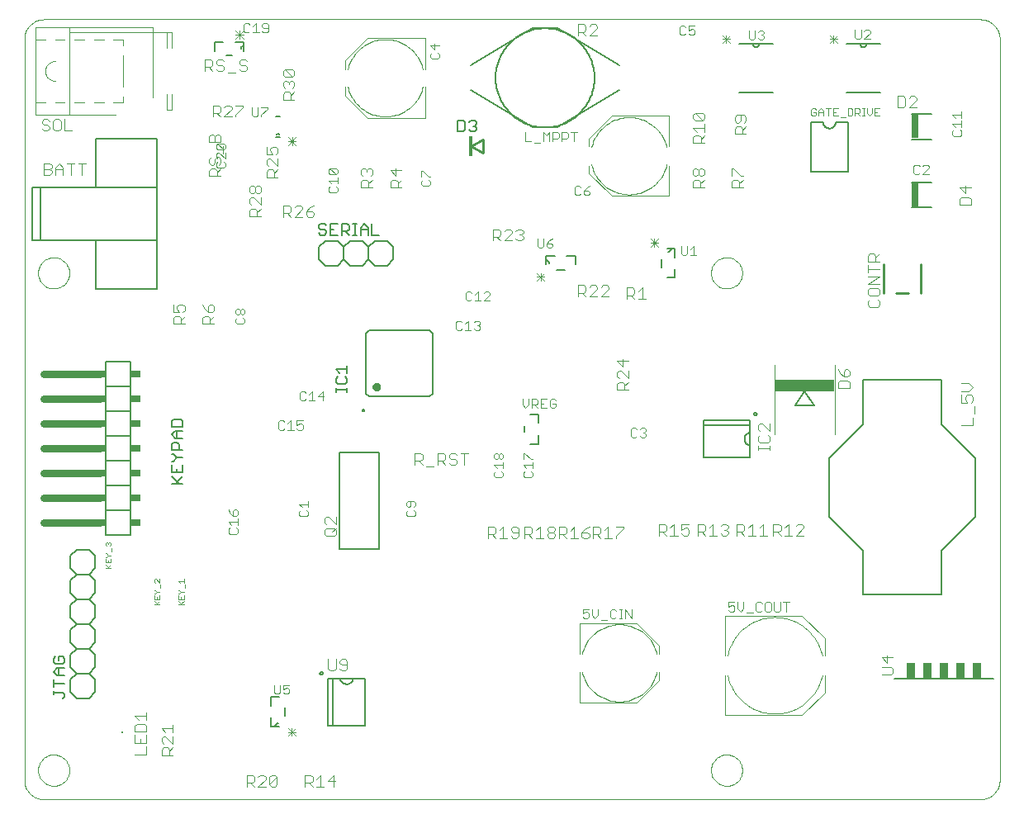
<source format=gto>
G75*
G70*
%OFA0B0*%
%FSLAX24Y24*%
%IPPOS*%
%LPD*%
%AMOC8*
5,1,8,0,0,1.08239X$1,22.5*
%
%ADD10C,0.0000*%
%ADD11C,0.0050*%
%ADD12C,0.0040*%
%ADD13C,0.0060*%
%ADD14C,0.0079*%
%ADD15C,0.0157*%
%ADD16C,0.0080*%
%ADD17R,0.0266X0.0965*%
%ADD18C,0.0030*%
%ADD19C,0.0300*%
%ADD20R,0.0200X0.0300*%
%ADD21R,0.0400X0.0300*%
%ADD22C,0.0020*%
%ADD23C,0.0100*%
%ADD24R,0.0118X0.0827*%
%ADD25R,0.0079X0.0079*%
%ADD26R,0.0380X0.0660*%
%ADD27R,0.2441X0.0492*%
%ADD28C,0.0039*%
D10*
X001087Y001087D02*
X038883Y001087D01*
X038883Y001088D02*
X038937Y001090D01*
X038990Y001095D01*
X039043Y001104D01*
X039095Y001117D01*
X039147Y001133D01*
X039197Y001153D01*
X039245Y001176D01*
X039292Y001203D01*
X039337Y001232D01*
X039380Y001265D01*
X039420Y001300D01*
X039458Y001338D01*
X039493Y001378D01*
X039526Y001421D01*
X039555Y001466D01*
X039582Y001513D01*
X039605Y001561D01*
X039625Y001611D01*
X039641Y001663D01*
X039654Y001715D01*
X039663Y001768D01*
X039668Y001821D01*
X039670Y001875D01*
X039670Y031796D01*
X039668Y031850D01*
X039663Y031903D01*
X039654Y031956D01*
X039641Y032008D01*
X039625Y032060D01*
X039605Y032110D01*
X039582Y032158D01*
X039555Y032205D01*
X039526Y032250D01*
X039493Y032293D01*
X039458Y032333D01*
X039420Y032371D01*
X039380Y032406D01*
X039337Y032439D01*
X039292Y032468D01*
X039245Y032495D01*
X039197Y032518D01*
X039147Y032538D01*
X039095Y032554D01*
X039043Y032567D01*
X038990Y032576D01*
X038937Y032581D01*
X038883Y032583D01*
X001087Y032583D01*
X001033Y032581D01*
X000980Y032576D01*
X000927Y032567D01*
X000875Y032554D01*
X000823Y032538D01*
X000773Y032518D01*
X000725Y032495D01*
X000678Y032468D01*
X000633Y032439D01*
X000590Y032406D01*
X000550Y032371D01*
X000512Y032333D01*
X000477Y032293D01*
X000444Y032250D01*
X000415Y032205D01*
X000388Y032158D01*
X000365Y032110D01*
X000345Y032060D01*
X000329Y032008D01*
X000316Y031956D01*
X000307Y031903D01*
X000302Y031850D01*
X000300Y031796D01*
X000300Y001875D01*
X000302Y001821D01*
X000307Y001768D01*
X000316Y001715D01*
X000329Y001663D01*
X000345Y001611D01*
X000365Y001561D01*
X000388Y001513D01*
X000415Y001466D01*
X000444Y001421D01*
X000477Y001378D01*
X000512Y001338D01*
X000550Y001300D01*
X000590Y001265D01*
X000633Y001232D01*
X000678Y001203D01*
X000725Y001176D01*
X000773Y001153D01*
X000823Y001133D01*
X000875Y001117D01*
X000927Y001104D01*
X000980Y001095D01*
X001033Y001090D01*
X001087Y001088D01*
X000851Y002269D02*
X000853Y002319D01*
X000859Y002369D01*
X000869Y002418D01*
X000883Y002466D01*
X000900Y002513D01*
X000921Y002558D01*
X000946Y002602D01*
X000974Y002643D01*
X001006Y002682D01*
X001040Y002719D01*
X001077Y002753D01*
X001117Y002783D01*
X001159Y002810D01*
X001203Y002834D01*
X001249Y002855D01*
X001296Y002871D01*
X001344Y002884D01*
X001394Y002893D01*
X001443Y002898D01*
X001494Y002899D01*
X001544Y002896D01*
X001593Y002889D01*
X001642Y002878D01*
X001690Y002863D01*
X001736Y002845D01*
X001781Y002823D01*
X001824Y002797D01*
X001865Y002768D01*
X001904Y002736D01*
X001940Y002701D01*
X001972Y002663D01*
X002002Y002623D01*
X002029Y002580D01*
X002052Y002536D01*
X002071Y002490D01*
X002087Y002442D01*
X002099Y002393D01*
X002107Y002344D01*
X002111Y002294D01*
X002111Y002244D01*
X002107Y002194D01*
X002099Y002145D01*
X002087Y002096D01*
X002071Y002048D01*
X002052Y002002D01*
X002029Y001958D01*
X002002Y001915D01*
X001972Y001875D01*
X001940Y001837D01*
X001904Y001802D01*
X001865Y001770D01*
X001824Y001741D01*
X001781Y001715D01*
X001736Y001693D01*
X001690Y001675D01*
X001642Y001660D01*
X001593Y001649D01*
X001544Y001642D01*
X001494Y001639D01*
X001443Y001640D01*
X001394Y001645D01*
X001344Y001654D01*
X001296Y001667D01*
X001249Y001683D01*
X001203Y001704D01*
X001159Y001728D01*
X001117Y001755D01*
X001077Y001785D01*
X001040Y001819D01*
X001006Y001856D01*
X000974Y001895D01*
X000946Y001936D01*
X000921Y001980D01*
X000900Y002025D01*
X000883Y002072D01*
X000869Y002120D01*
X000859Y002169D01*
X000853Y002219D01*
X000851Y002269D01*
X000851Y022347D02*
X000853Y022397D01*
X000859Y022447D01*
X000869Y022496D01*
X000883Y022544D01*
X000900Y022591D01*
X000921Y022636D01*
X000946Y022680D01*
X000974Y022721D01*
X001006Y022760D01*
X001040Y022797D01*
X001077Y022831D01*
X001117Y022861D01*
X001159Y022888D01*
X001203Y022912D01*
X001249Y022933D01*
X001296Y022949D01*
X001344Y022962D01*
X001394Y022971D01*
X001443Y022976D01*
X001494Y022977D01*
X001544Y022974D01*
X001593Y022967D01*
X001642Y022956D01*
X001690Y022941D01*
X001736Y022923D01*
X001781Y022901D01*
X001824Y022875D01*
X001865Y022846D01*
X001904Y022814D01*
X001940Y022779D01*
X001972Y022741D01*
X002002Y022701D01*
X002029Y022658D01*
X002052Y022614D01*
X002071Y022568D01*
X002087Y022520D01*
X002099Y022471D01*
X002107Y022422D01*
X002111Y022372D01*
X002111Y022322D01*
X002107Y022272D01*
X002099Y022223D01*
X002087Y022174D01*
X002071Y022126D01*
X002052Y022080D01*
X002029Y022036D01*
X002002Y021993D01*
X001972Y021953D01*
X001940Y021915D01*
X001904Y021880D01*
X001865Y021848D01*
X001824Y021819D01*
X001781Y021793D01*
X001736Y021771D01*
X001690Y021753D01*
X001642Y021738D01*
X001593Y021727D01*
X001544Y021720D01*
X001494Y021717D01*
X001443Y021718D01*
X001394Y021723D01*
X001344Y021732D01*
X001296Y021745D01*
X001249Y021761D01*
X001203Y021782D01*
X001159Y021806D01*
X001117Y021833D01*
X001077Y021863D01*
X001040Y021897D01*
X001006Y021934D01*
X000974Y021973D01*
X000946Y022014D01*
X000921Y022058D01*
X000900Y022103D01*
X000883Y022150D01*
X000869Y022198D01*
X000859Y022247D01*
X000853Y022297D01*
X000851Y022347D01*
X028016Y022347D02*
X028018Y022397D01*
X028024Y022447D01*
X028034Y022496D01*
X028048Y022544D01*
X028065Y022591D01*
X028086Y022636D01*
X028111Y022680D01*
X028139Y022721D01*
X028171Y022760D01*
X028205Y022797D01*
X028242Y022831D01*
X028282Y022861D01*
X028324Y022888D01*
X028368Y022912D01*
X028414Y022933D01*
X028461Y022949D01*
X028509Y022962D01*
X028559Y022971D01*
X028608Y022976D01*
X028659Y022977D01*
X028709Y022974D01*
X028758Y022967D01*
X028807Y022956D01*
X028855Y022941D01*
X028901Y022923D01*
X028946Y022901D01*
X028989Y022875D01*
X029030Y022846D01*
X029069Y022814D01*
X029105Y022779D01*
X029137Y022741D01*
X029167Y022701D01*
X029194Y022658D01*
X029217Y022614D01*
X029236Y022568D01*
X029252Y022520D01*
X029264Y022471D01*
X029272Y022422D01*
X029276Y022372D01*
X029276Y022322D01*
X029272Y022272D01*
X029264Y022223D01*
X029252Y022174D01*
X029236Y022126D01*
X029217Y022080D01*
X029194Y022036D01*
X029167Y021993D01*
X029137Y021953D01*
X029105Y021915D01*
X029069Y021880D01*
X029030Y021848D01*
X028989Y021819D01*
X028946Y021793D01*
X028901Y021771D01*
X028855Y021753D01*
X028807Y021738D01*
X028758Y021727D01*
X028709Y021720D01*
X028659Y021717D01*
X028608Y021718D01*
X028559Y021723D01*
X028509Y021732D01*
X028461Y021745D01*
X028414Y021761D01*
X028368Y021782D01*
X028324Y021806D01*
X028282Y021833D01*
X028242Y021863D01*
X028205Y021897D01*
X028171Y021934D01*
X028139Y021973D01*
X028111Y022014D01*
X028086Y022058D01*
X028065Y022103D01*
X028048Y022150D01*
X028034Y022198D01*
X028024Y022247D01*
X028018Y022297D01*
X028016Y022347D01*
X028016Y002269D02*
X028018Y002319D01*
X028024Y002369D01*
X028034Y002418D01*
X028048Y002466D01*
X028065Y002513D01*
X028086Y002558D01*
X028111Y002602D01*
X028139Y002643D01*
X028171Y002682D01*
X028205Y002719D01*
X028242Y002753D01*
X028282Y002783D01*
X028324Y002810D01*
X028368Y002834D01*
X028414Y002855D01*
X028461Y002871D01*
X028509Y002884D01*
X028559Y002893D01*
X028608Y002898D01*
X028659Y002899D01*
X028709Y002896D01*
X028758Y002889D01*
X028807Y002878D01*
X028855Y002863D01*
X028901Y002845D01*
X028946Y002823D01*
X028989Y002797D01*
X029030Y002768D01*
X029069Y002736D01*
X029105Y002701D01*
X029137Y002663D01*
X029167Y002623D01*
X029194Y002580D01*
X029217Y002536D01*
X029236Y002490D01*
X029252Y002442D01*
X029264Y002393D01*
X029272Y002344D01*
X029276Y002294D01*
X029276Y002244D01*
X029272Y002194D01*
X029264Y002145D01*
X029252Y002096D01*
X029236Y002048D01*
X029217Y002002D01*
X029194Y001958D01*
X029167Y001915D01*
X029137Y001875D01*
X029105Y001837D01*
X029069Y001802D01*
X029030Y001770D01*
X028989Y001741D01*
X028946Y001715D01*
X028901Y001693D01*
X028855Y001675D01*
X028807Y001660D01*
X028758Y001649D01*
X028709Y001642D01*
X028659Y001639D01*
X028608Y001640D01*
X028559Y001645D01*
X028509Y001654D01*
X028461Y001667D01*
X028414Y001683D01*
X028368Y001704D01*
X028324Y001728D01*
X028282Y001755D01*
X028242Y001785D01*
X028205Y001819D01*
X028171Y001856D01*
X028139Y001895D01*
X028111Y001936D01*
X028086Y001980D01*
X028065Y002025D01*
X028048Y002072D01*
X028034Y002120D01*
X028024Y002169D01*
X028018Y002219D01*
X028016Y002269D01*
D11*
X034158Y009355D02*
X034158Y011127D01*
X032780Y012505D01*
X032780Y014867D01*
X034158Y016245D01*
X034158Y018017D01*
X037308Y018017D01*
X037308Y016245D01*
X038686Y014867D01*
X038686Y012505D01*
X037308Y011127D01*
X037308Y009355D01*
X034158Y009355D01*
X029591Y015379D02*
X029561Y015386D01*
X029531Y015396D01*
X029503Y015409D01*
X029477Y015426D01*
X029452Y015446D01*
X029431Y015468D01*
X029412Y015493D01*
X029396Y015520D01*
X029383Y015548D01*
X029374Y015578D01*
X029368Y015609D01*
X029366Y015640D01*
X029368Y015671D01*
X029373Y015702D01*
X029382Y015732D01*
X029394Y015761D01*
X029409Y015788D01*
X029428Y015813D01*
X029449Y015836D01*
X029473Y015856D01*
X029500Y015873D01*
X029527Y015887D01*
X029557Y015897D01*
X029587Y015904D01*
X029749Y016658D02*
X029751Y016673D01*
X029756Y016686D01*
X029765Y016698D01*
X029776Y016708D01*
X029790Y016714D01*
X029804Y016717D01*
X029819Y016716D01*
X029833Y016711D01*
X029846Y016703D01*
X029856Y016693D01*
X029863Y016680D01*
X029867Y016665D01*
X029867Y016651D01*
X029863Y016636D01*
X029856Y016623D01*
X029846Y016613D01*
X029833Y016605D01*
X029819Y016600D01*
X029804Y016599D01*
X029790Y016602D01*
X029776Y016608D01*
X029765Y016618D01*
X029756Y016630D01*
X029751Y016643D01*
X029749Y016658D01*
X032046Y026428D02*
X032046Y028428D01*
X032546Y028428D01*
X032548Y028398D01*
X032553Y028368D01*
X032562Y028339D01*
X032575Y028312D01*
X032590Y028286D01*
X032609Y028262D01*
X032630Y028241D01*
X032654Y028222D01*
X032680Y028207D01*
X032707Y028194D01*
X032736Y028185D01*
X032766Y028180D01*
X032796Y028178D01*
X032826Y028180D01*
X032856Y028185D01*
X032885Y028194D01*
X032912Y028207D01*
X032938Y028222D01*
X032962Y028241D01*
X032983Y028262D01*
X033002Y028286D01*
X033017Y028312D01*
X033030Y028339D01*
X033039Y028368D01*
X033044Y028398D01*
X033046Y028428D01*
X033546Y028428D01*
X033546Y026428D01*
X032046Y026428D01*
X024316Y029721D02*
X021816Y028221D01*
X020816Y028221D01*
X018316Y029721D01*
X018316Y030721D02*
X020816Y032221D01*
X021816Y032221D01*
X024316Y030721D01*
X019316Y030221D02*
X019318Y030319D01*
X019326Y030417D01*
X019338Y030514D01*
X019354Y030611D01*
X019376Y030707D01*
X019402Y030802D01*
X019433Y030895D01*
X019468Y030986D01*
X019508Y031076D01*
X019552Y031164D01*
X019601Y031249D01*
X019653Y031332D01*
X019710Y031412D01*
X019770Y031490D01*
X019834Y031564D01*
X019902Y031635D01*
X019973Y031703D01*
X020047Y031767D01*
X020125Y031827D01*
X020205Y031884D01*
X020288Y031936D01*
X020373Y031985D01*
X020461Y032029D01*
X020551Y032069D01*
X020642Y032104D01*
X020735Y032135D01*
X020830Y032161D01*
X020926Y032183D01*
X021023Y032199D01*
X021120Y032211D01*
X021218Y032219D01*
X021316Y032221D01*
X021414Y032219D01*
X021512Y032211D01*
X021609Y032199D01*
X021706Y032183D01*
X021802Y032161D01*
X021897Y032135D01*
X021990Y032104D01*
X022081Y032069D01*
X022171Y032029D01*
X022259Y031985D01*
X022344Y031936D01*
X022427Y031884D01*
X022507Y031827D01*
X022585Y031767D01*
X022659Y031703D01*
X022730Y031635D01*
X022798Y031564D01*
X022862Y031490D01*
X022922Y031412D01*
X022979Y031332D01*
X023031Y031249D01*
X023080Y031164D01*
X023124Y031076D01*
X023164Y030986D01*
X023199Y030895D01*
X023230Y030802D01*
X023256Y030707D01*
X023278Y030611D01*
X023294Y030514D01*
X023306Y030417D01*
X023314Y030319D01*
X023316Y030221D01*
X023314Y030123D01*
X023306Y030025D01*
X023294Y029928D01*
X023278Y029831D01*
X023256Y029735D01*
X023230Y029640D01*
X023199Y029547D01*
X023164Y029456D01*
X023124Y029366D01*
X023080Y029278D01*
X023031Y029193D01*
X022979Y029110D01*
X022922Y029030D01*
X022862Y028952D01*
X022798Y028878D01*
X022730Y028807D01*
X022659Y028739D01*
X022585Y028675D01*
X022507Y028615D01*
X022427Y028558D01*
X022344Y028506D01*
X022259Y028457D01*
X022171Y028413D01*
X022081Y028373D01*
X021990Y028338D01*
X021897Y028307D01*
X021802Y028281D01*
X021706Y028259D01*
X021609Y028243D01*
X021512Y028231D01*
X021414Y028223D01*
X021316Y028221D01*
X021218Y028223D01*
X021120Y028231D01*
X021023Y028243D01*
X020926Y028259D01*
X020830Y028281D01*
X020735Y028307D01*
X020642Y028338D01*
X020551Y028373D01*
X020461Y028413D01*
X020373Y028457D01*
X020288Y028506D01*
X020205Y028558D01*
X020125Y028615D01*
X020047Y028675D01*
X019973Y028739D01*
X019902Y028807D01*
X019834Y028878D01*
X019770Y028952D01*
X019710Y029030D01*
X019653Y029110D01*
X019601Y029193D01*
X019552Y029278D01*
X019508Y029366D01*
X019468Y029456D01*
X019433Y029547D01*
X019402Y029640D01*
X019376Y029735D01*
X019354Y029831D01*
X019338Y029928D01*
X019326Y030025D01*
X019318Y030123D01*
X019316Y030221D01*
X018475Y028506D02*
X018550Y028431D01*
X018550Y028356D01*
X018475Y028281D01*
X018550Y028206D01*
X018550Y028131D01*
X018475Y028056D01*
X018325Y028056D01*
X018250Y028131D01*
X018090Y028131D02*
X018015Y028056D01*
X017790Y028056D01*
X017790Y028506D01*
X018015Y028506D01*
X018090Y028431D01*
X018090Y028131D01*
X018250Y028431D02*
X018325Y028506D01*
X018475Y028506D01*
X018475Y028281D02*
X018400Y028281D01*
X014329Y024330D02*
X014329Y023880D01*
X014630Y023880D01*
X014169Y023880D02*
X014169Y024180D01*
X014019Y024330D01*
X013869Y024180D01*
X013869Y023880D01*
X013712Y023880D02*
X013562Y023880D01*
X013637Y023880D02*
X013637Y024330D01*
X013562Y024330D02*
X013712Y024330D01*
X013869Y024105D02*
X014169Y024105D01*
X013402Y024105D02*
X013327Y024030D01*
X013102Y024030D01*
X013252Y024030D02*
X013402Y023880D01*
X013402Y024105D02*
X013402Y024255D01*
X013327Y024330D01*
X013102Y024330D01*
X013102Y023880D01*
X012941Y023880D02*
X012641Y023880D01*
X012641Y024330D01*
X012941Y024330D01*
X012791Y024105D02*
X012641Y024105D01*
X012481Y024030D02*
X012481Y023955D01*
X012406Y023880D01*
X012256Y023880D01*
X012181Y023955D01*
X012256Y024105D02*
X012406Y024105D01*
X012481Y024030D01*
X012481Y024255D02*
X012406Y024330D01*
X012256Y024330D01*
X012181Y024255D01*
X012181Y024180D01*
X012256Y024105D01*
X013322Y018615D02*
X013322Y018315D01*
X013322Y018465D02*
X012872Y018465D01*
X013022Y018315D01*
X012947Y018155D02*
X012872Y018080D01*
X012872Y017930D01*
X012947Y017855D01*
X013247Y017855D01*
X013322Y017930D01*
X013322Y018080D01*
X013247Y018155D01*
X013322Y017698D02*
X013322Y017548D01*
X013322Y017623D02*
X012872Y017623D01*
X012872Y017548D02*
X012872Y017698D01*
X013017Y015103D02*
X013017Y011206D01*
X014631Y011206D01*
X014631Y015103D01*
X013017Y015103D01*
X006690Y015208D02*
X006240Y015208D01*
X006240Y015433D01*
X006315Y015508D01*
X006465Y015508D01*
X006540Y015433D01*
X006540Y015208D01*
X006315Y015047D02*
X006240Y015047D01*
X006315Y015047D02*
X006465Y014897D01*
X006690Y014897D01*
X006465Y014897D02*
X006315Y014747D01*
X006240Y014747D01*
X006240Y014587D02*
X006240Y014287D01*
X006690Y014287D01*
X006690Y014587D01*
X006465Y014437D02*
X006465Y014287D01*
X006240Y014127D02*
X006540Y013826D01*
X006465Y013901D02*
X006690Y014127D01*
X006690Y013826D02*
X006240Y013826D01*
X006390Y015668D02*
X006240Y015818D01*
X006390Y015968D01*
X006690Y015968D01*
X006690Y016128D02*
X006240Y016128D01*
X006240Y016354D01*
X006315Y016429D01*
X006615Y016429D01*
X006690Y016354D01*
X006690Y016128D01*
X006465Y015968D02*
X006465Y015668D01*
X006390Y015668D02*
X006690Y015668D01*
X005639Y021713D02*
X003198Y021713D01*
X003198Y023682D01*
X000954Y023682D01*
X000954Y025808D01*
X000599Y025808D01*
X000599Y023682D01*
X000954Y023682D01*
X000954Y025808D02*
X003198Y025808D01*
X003198Y027776D01*
X005639Y027776D01*
X005639Y025808D01*
X003198Y025808D01*
X003198Y023682D02*
X005639Y023682D01*
X005639Y021713D01*
X005639Y023682D02*
X005639Y025808D01*
X001842Y006850D02*
X001692Y006850D01*
X001692Y006700D01*
X001542Y006550D02*
X001842Y006550D01*
X001917Y006625D01*
X001917Y006775D01*
X001842Y006850D01*
X001542Y006850D02*
X001467Y006775D01*
X001467Y006625D01*
X001542Y006550D01*
X001617Y006390D02*
X001917Y006390D01*
X001692Y006390D02*
X001692Y006090D01*
X001617Y006090D02*
X001917Y006090D01*
X001617Y006090D02*
X001467Y006240D01*
X001617Y006390D01*
X001467Y005930D02*
X001467Y005629D01*
X001467Y005780D02*
X001917Y005780D01*
X001842Y005394D02*
X001467Y005394D01*
X001467Y005319D02*
X001467Y005469D01*
X001842Y005394D02*
X001917Y005319D01*
X001917Y005244D01*
X001842Y005169D01*
X012229Y006186D02*
X012231Y006201D01*
X012236Y006214D01*
X012245Y006226D01*
X012256Y006236D01*
X012270Y006242D01*
X012284Y006245D01*
X012299Y006244D01*
X012313Y006239D01*
X012326Y006231D01*
X012336Y006221D01*
X012343Y006208D01*
X012347Y006193D01*
X012347Y006179D01*
X012343Y006164D01*
X012336Y006151D01*
X012326Y006141D01*
X012313Y006133D01*
X012299Y006128D01*
X012284Y006127D01*
X012270Y006130D01*
X012256Y006136D01*
X012245Y006146D01*
X012236Y006158D01*
X012231Y006171D01*
X012229Y006186D01*
X013043Y005965D02*
X013050Y005935D01*
X013060Y005905D01*
X013074Y005878D01*
X013091Y005851D01*
X013111Y005827D01*
X013134Y005806D01*
X013159Y005787D01*
X013186Y005772D01*
X013215Y005760D01*
X013245Y005751D01*
X013276Y005746D01*
X013307Y005744D01*
X013338Y005746D01*
X013369Y005752D01*
X013399Y005761D01*
X013427Y005774D01*
X013454Y005790D01*
X013479Y005809D01*
X013501Y005830D01*
X013521Y005855D01*
X013538Y005881D01*
X013551Y005909D01*
X013561Y005939D01*
X013568Y005969D01*
D12*
X013253Y006294D02*
X013099Y006294D01*
X013023Y006371D01*
X012869Y006371D02*
X012869Y006755D01*
X013023Y006678D02*
X013099Y006755D01*
X013253Y006755D01*
X013329Y006678D01*
X013329Y006371D01*
X013253Y006294D01*
X013329Y006525D02*
X013099Y006525D01*
X013023Y006601D01*
X013023Y006678D01*
X012869Y006371D02*
X012792Y006294D01*
X012639Y006294D01*
X012562Y006371D01*
X012562Y006755D01*
X010986Y005716D02*
X010746Y005716D01*
X010746Y005536D01*
X010866Y005596D01*
X010926Y005596D01*
X010986Y005536D01*
X010986Y005415D01*
X010926Y005355D01*
X010806Y005355D01*
X010746Y005415D01*
X010618Y005415D02*
X010618Y005716D01*
X010377Y005716D02*
X010377Y005415D01*
X010437Y005355D01*
X010557Y005355D01*
X010618Y005415D01*
X010420Y002068D02*
X010266Y002068D01*
X010190Y001991D01*
X010190Y001684D01*
X010497Y001991D01*
X010497Y001684D01*
X010420Y001607D01*
X010266Y001607D01*
X010190Y001684D01*
X010036Y001607D02*
X009729Y001607D01*
X010036Y001914D01*
X010036Y001991D01*
X009959Y002068D01*
X009806Y002068D01*
X009729Y001991D01*
X009576Y001991D02*
X009576Y001838D01*
X009499Y001761D01*
X009269Y001761D01*
X009422Y001761D02*
X009576Y001607D01*
X009269Y001607D02*
X009269Y002068D01*
X009499Y002068D01*
X009576Y001991D01*
X010420Y002068D02*
X010497Y001991D01*
X011631Y002068D02*
X011631Y001607D01*
X011631Y001761D02*
X011861Y001761D01*
X011938Y001838D01*
X011938Y001991D01*
X011861Y002068D01*
X011631Y002068D01*
X011784Y001761D02*
X011938Y001607D01*
X012091Y001607D02*
X012398Y001607D01*
X012245Y001607D02*
X012245Y002068D01*
X012091Y001914D01*
X012552Y001838D02*
X012859Y001838D01*
X012782Y002068D02*
X012552Y001838D01*
X012782Y001607D02*
X012782Y002068D01*
X006298Y002882D02*
X005838Y002882D01*
X005838Y003112D01*
X005914Y003189D01*
X006068Y003189D01*
X006145Y003112D01*
X006145Y002882D01*
X006145Y003036D02*
X006298Y003189D01*
X006298Y003343D02*
X005991Y003649D01*
X005914Y003649D01*
X005838Y003573D01*
X005838Y003419D01*
X005914Y003343D01*
X006298Y003343D02*
X006298Y003649D01*
X006298Y003803D02*
X006298Y004110D01*
X006298Y003956D02*
X005838Y003956D01*
X005991Y003803D01*
X005217Y003836D02*
X005217Y004066D01*
X005140Y004143D01*
X004833Y004143D01*
X004757Y004066D01*
X004757Y003836D01*
X005217Y003836D01*
X005217Y003683D02*
X005217Y003376D01*
X004757Y003376D01*
X004757Y003683D01*
X004987Y003529D02*
X004987Y003376D01*
X005217Y003222D02*
X005217Y002915D01*
X004757Y002915D01*
X004910Y004297D02*
X004757Y004450D01*
X005217Y004450D01*
X005217Y004297D02*
X005217Y004604D01*
X012418Y011814D02*
X012418Y011968D01*
X012495Y012044D01*
X012802Y012044D01*
X012878Y011968D01*
X012878Y011814D01*
X012802Y011737D01*
X012495Y011737D01*
X012418Y011814D01*
X012725Y011891D02*
X012878Y012044D01*
X012878Y012198D02*
X012571Y012505D01*
X012495Y012505D01*
X012418Y012428D01*
X012418Y012274D01*
X012495Y012198D01*
X012878Y012198D02*
X012878Y012505D01*
X016060Y014600D02*
X016060Y015060D01*
X016290Y015060D01*
X016367Y014983D01*
X016367Y014830D01*
X016290Y014753D01*
X016060Y014753D01*
X016214Y014753D02*
X016367Y014600D01*
X016521Y014523D02*
X016827Y014523D01*
X016981Y014600D02*
X016981Y015060D01*
X017211Y015060D01*
X017288Y014983D01*
X017288Y014830D01*
X017211Y014753D01*
X016981Y014753D01*
X017134Y014753D02*
X017288Y014600D01*
X017441Y014676D02*
X017518Y014600D01*
X017672Y014600D01*
X017748Y014676D01*
X017748Y014753D01*
X017672Y014830D01*
X017518Y014830D01*
X017441Y014906D01*
X017441Y014983D01*
X017518Y015060D01*
X017672Y015060D01*
X017748Y014983D01*
X017902Y015060D02*
X018209Y015060D01*
X018055Y015060D02*
X018055Y014600D01*
X020407Y017018D02*
X020527Y016898D01*
X020647Y017018D01*
X020647Y017258D01*
X020776Y017258D02*
X020776Y016898D01*
X020776Y017018D02*
X020956Y017018D01*
X021016Y017078D01*
X021016Y017198D01*
X020956Y017258D01*
X020776Y017258D01*
X020896Y017018D02*
X021016Y016898D01*
X021144Y016898D02*
X021144Y017258D01*
X021384Y017258D01*
X021512Y017198D02*
X021512Y016958D01*
X021572Y016898D01*
X021692Y016898D01*
X021752Y016958D01*
X021752Y017078D01*
X021632Y017078D01*
X021512Y017198D02*
X021572Y017258D01*
X021692Y017258D01*
X021752Y017198D01*
X021384Y016898D02*
X021144Y016898D01*
X021144Y017078D02*
X021264Y017078D01*
X020407Y017018D02*
X020407Y017258D01*
X024223Y017637D02*
X024223Y017867D01*
X024299Y017943D01*
X024453Y017943D01*
X024530Y017867D01*
X024530Y017637D01*
X024530Y017790D02*
X024683Y017943D01*
X024683Y018097D02*
X024376Y018404D01*
X024299Y018404D01*
X024223Y018327D01*
X024223Y018174D01*
X024299Y018097D01*
X024683Y018097D02*
X024683Y018404D01*
X024453Y018557D02*
X024453Y018864D01*
X024683Y018788D02*
X024223Y018788D01*
X024453Y018557D01*
X024683Y017637D02*
X024223Y017637D01*
X024625Y021291D02*
X024625Y021751D01*
X024855Y021751D01*
X024932Y021675D01*
X024932Y021521D01*
X024855Y021444D01*
X024625Y021444D01*
X024778Y021444D02*
X024932Y021291D01*
X025085Y021291D02*
X025392Y021291D01*
X025239Y021291D02*
X025239Y021751D01*
X025085Y021598D01*
X023884Y021696D02*
X023884Y021773D01*
X023807Y021850D01*
X023654Y021850D01*
X023577Y021773D01*
X023424Y021773D02*
X023347Y021850D01*
X023193Y021850D01*
X023117Y021773D01*
X022963Y021773D02*
X022963Y021619D01*
X022886Y021543D01*
X022656Y021543D01*
X022810Y021543D02*
X022963Y021389D01*
X023117Y021389D02*
X023424Y021696D01*
X023424Y021773D01*
X023424Y021389D02*
X023117Y021389D01*
X022963Y021773D02*
X022886Y021850D01*
X022656Y021850D01*
X022656Y021389D01*
X023577Y021389D02*
X023884Y021696D01*
X023884Y021389D02*
X023577Y021389D01*
X021556Y023367D02*
X021436Y023367D01*
X021376Y023427D01*
X021376Y023547D01*
X021556Y023547D01*
X021616Y023487D01*
X021616Y023427D01*
X021556Y023367D01*
X021376Y023547D02*
X021496Y023668D01*
X021616Y023728D01*
X021247Y023728D02*
X021247Y023427D01*
X021187Y023367D01*
X021067Y023367D01*
X021007Y023427D01*
X021007Y023728D01*
X020439Y023730D02*
X020362Y023653D01*
X020209Y023653D01*
X020132Y023730D01*
X019979Y023653D02*
X019672Y023653D01*
X019979Y023960D01*
X019979Y024037D01*
X019902Y024113D01*
X019748Y024113D01*
X019672Y024037D01*
X019518Y024037D02*
X019518Y023883D01*
X019442Y023807D01*
X019211Y023807D01*
X019365Y023807D02*
X019518Y023653D01*
X019211Y023653D02*
X019211Y024113D01*
X019442Y024113D01*
X019518Y024037D01*
X020132Y024037D02*
X020209Y024113D01*
X020362Y024113D01*
X020439Y024037D01*
X020439Y023960D01*
X020362Y023883D01*
X020439Y023807D01*
X020439Y023730D01*
X020362Y023883D02*
X020286Y023883D01*
X023095Y026363D02*
X023095Y026678D01*
X023095Y026363D02*
X024001Y025457D01*
X026324Y025457D01*
X026324Y026678D01*
X026324Y027465D02*
X026324Y028686D01*
X024001Y028686D01*
X023095Y027780D01*
X023095Y027465D01*
X023193Y027426D02*
X023213Y027503D01*
X023236Y027578D01*
X023264Y027652D01*
X023295Y027724D01*
X023330Y027795D01*
X023368Y027864D01*
X023410Y027930D01*
X023455Y027995D01*
X023503Y028057D01*
X023555Y028117D01*
X023609Y028174D01*
X023666Y028228D01*
X023726Y028280D01*
X023788Y028328D01*
X023853Y028373D01*
X023920Y028414D01*
X023989Y028452D01*
X024060Y028487D01*
X024132Y028518D01*
X024206Y028546D01*
X024281Y028569D01*
X024357Y028589D01*
X024435Y028605D01*
X024513Y028617D01*
X024591Y028625D01*
X024670Y028629D01*
X024748Y028629D01*
X024827Y028625D01*
X024905Y028617D01*
X024983Y028605D01*
X025061Y028589D01*
X025137Y028569D01*
X025212Y028546D01*
X025286Y028518D01*
X025358Y028487D01*
X025429Y028452D01*
X025498Y028414D01*
X025565Y028373D01*
X025630Y028328D01*
X025692Y028280D01*
X025752Y028228D01*
X025809Y028174D01*
X025863Y028117D01*
X025915Y028057D01*
X025963Y027995D01*
X026008Y027930D01*
X026050Y027864D01*
X026088Y027795D01*
X026123Y027724D01*
X026154Y027652D01*
X026182Y027578D01*
X026205Y027503D01*
X026225Y027426D01*
X027296Y027588D02*
X027296Y027819D01*
X027373Y027895D01*
X027526Y027895D01*
X027603Y027819D01*
X027603Y027588D01*
X027756Y027588D02*
X027296Y027588D01*
X027603Y027742D02*
X027756Y027895D01*
X027756Y028049D02*
X027756Y028356D01*
X027756Y028202D02*
X027296Y028202D01*
X027449Y028049D01*
X027373Y028509D02*
X027296Y028586D01*
X027296Y028739D01*
X027373Y028816D01*
X027680Y028509D01*
X027756Y028586D01*
X027756Y028739D01*
X027680Y028816D01*
X027373Y028816D01*
X027373Y028509D02*
X027680Y028509D01*
X028969Y028488D02*
X029046Y028411D01*
X029123Y028411D01*
X029199Y028488D01*
X029199Y028718D01*
X029046Y028718D02*
X028969Y028641D01*
X028969Y028488D01*
X029046Y028718D02*
X029353Y028718D01*
X029430Y028641D01*
X029430Y028488D01*
X029353Y028411D01*
X029430Y028257D02*
X029276Y028104D01*
X029276Y028181D02*
X029276Y027950D01*
X029430Y027950D02*
X028969Y027950D01*
X028969Y028181D01*
X029046Y028257D01*
X029199Y028257D01*
X029276Y028181D01*
X028924Y026572D02*
X029231Y026265D01*
X029308Y026265D01*
X029308Y026111D02*
X029154Y025958D01*
X029154Y026034D02*
X029154Y025804D01*
X029308Y025804D02*
X028847Y025804D01*
X028847Y026034D01*
X028924Y026111D01*
X029077Y026111D01*
X029154Y026034D01*
X028847Y026265D02*
X028847Y026572D01*
X028924Y026572D01*
X027733Y026495D02*
X027733Y026341D01*
X027656Y026265D01*
X027579Y026265D01*
X027503Y026341D01*
X027503Y026495D01*
X027579Y026572D01*
X027656Y026572D01*
X027733Y026495D01*
X027503Y026495D02*
X027426Y026572D01*
X027349Y026572D01*
X027272Y026495D01*
X027272Y026341D01*
X027349Y026265D01*
X027426Y026265D01*
X027503Y026341D01*
X027503Y026111D02*
X027579Y026034D01*
X027579Y025804D01*
X027579Y025958D02*
X027733Y026111D01*
X027503Y026111D02*
X027349Y026111D01*
X027272Y026034D01*
X027272Y025804D01*
X027733Y025804D01*
X027303Y023432D02*
X027303Y023072D01*
X027183Y023072D02*
X027423Y023072D01*
X027183Y023312D02*
X027303Y023432D01*
X027055Y023432D02*
X027055Y023132D01*
X026994Y023072D01*
X026874Y023072D01*
X026814Y023132D01*
X026814Y023432D01*
X026225Y026718D02*
X026205Y026641D01*
X026182Y026566D01*
X026154Y026492D01*
X026123Y026420D01*
X026088Y026349D01*
X026050Y026280D01*
X026008Y026214D01*
X025963Y026149D01*
X025915Y026087D01*
X025863Y026027D01*
X025809Y025970D01*
X025752Y025916D01*
X025692Y025864D01*
X025630Y025816D01*
X025565Y025771D01*
X025498Y025730D01*
X025429Y025692D01*
X025358Y025657D01*
X025286Y025626D01*
X025212Y025598D01*
X025137Y025575D01*
X025061Y025555D01*
X024983Y025539D01*
X024905Y025527D01*
X024827Y025519D01*
X024748Y025515D01*
X024670Y025515D01*
X024591Y025519D01*
X024513Y025527D01*
X024435Y025539D01*
X024357Y025555D01*
X024281Y025575D01*
X024206Y025598D01*
X024132Y025626D01*
X024060Y025657D01*
X023989Y025692D01*
X023920Y025730D01*
X023853Y025771D01*
X023788Y025816D01*
X023726Y025864D01*
X023666Y025916D01*
X023609Y025970D01*
X023555Y026027D01*
X023503Y026087D01*
X023455Y026149D01*
X023410Y026214D01*
X023368Y026280D01*
X023330Y026349D01*
X023295Y026420D01*
X023264Y026492D01*
X023236Y026566D01*
X023213Y026641D01*
X023193Y026718D01*
X023115Y031922D02*
X023422Y032229D01*
X023422Y032306D01*
X023345Y032383D01*
X023192Y032383D01*
X023115Y032306D01*
X022962Y032306D02*
X022962Y032153D01*
X022885Y032076D01*
X022655Y032076D01*
X022808Y032076D02*
X022962Y031922D01*
X023115Y031922D02*
X023422Y031922D01*
X022962Y032306D02*
X022885Y032383D01*
X022655Y032383D01*
X022655Y031922D01*
X016481Y031835D02*
X016481Y030576D01*
X016481Y029867D02*
X016481Y028607D01*
X014158Y028607D01*
X013253Y029513D01*
X013253Y029867D01*
X013253Y030576D02*
X013253Y030930D01*
X014158Y031835D01*
X016481Y031835D01*
X016383Y030575D02*
X016363Y030652D01*
X016340Y030727D01*
X016312Y030801D01*
X016281Y030873D01*
X016246Y030944D01*
X016208Y031013D01*
X016166Y031079D01*
X016121Y031144D01*
X016073Y031206D01*
X016021Y031266D01*
X015967Y031323D01*
X015910Y031377D01*
X015850Y031429D01*
X015788Y031477D01*
X015723Y031522D01*
X015656Y031563D01*
X015587Y031601D01*
X015516Y031636D01*
X015444Y031667D01*
X015370Y031695D01*
X015295Y031718D01*
X015219Y031738D01*
X015141Y031754D01*
X015063Y031766D01*
X014985Y031774D01*
X014906Y031778D01*
X014828Y031778D01*
X014749Y031774D01*
X014671Y031766D01*
X014593Y031754D01*
X014515Y031738D01*
X014439Y031718D01*
X014364Y031695D01*
X014290Y031667D01*
X014218Y031636D01*
X014147Y031601D01*
X014078Y031563D01*
X014011Y031522D01*
X013946Y031477D01*
X013884Y031429D01*
X013824Y031377D01*
X013767Y031323D01*
X013713Y031266D01*
X013661Y031206D01*
X013613Y031144D01*
X013568Y031079D01*
X013526Y031013D01*
X013488Y030944D01*
X013453Y030873D01*
X013422Y030801D01*
X013394Y030727D01*
X013371Y030652D01*
X013351Y030575D01*
X013351Y029867D02*
X013371Y029790D01*
X013394Y029715D01*
X013422Y029641D01*
X013453Y029569D01*
X013488Y029498D01*
X013526Y029429D01*
X013568Y029363D01*
X013613Y029298D01*
X013661Y029236D01*
X013713Y029176D01*
X013767Y029119D01*
X013824Y029065D01*
X013884Y029013D01*
X013946Y028965D01*
X014011Y028920D01*
X014078Y028879D01*
X014147Y028841D01*
X014218Y028806D01*
X014290Y028775D01*
X014364Y028747D01*
X014439Y028724D01*
X014515Y028704D01*
X014593Y028688D01*
X014671Y028676D01*
X014749Y028668D01*
X014828Y028664D01*
X014906Y028664D01*
X014985Y028668D01*
X015063Y028676D01*
X015141Y028688D01*
X015219Y028704D01*
X015295Y028724D01*
X015370Y028747D01*
X015444Y028775D01*
X015516Y028806D01*
X015587Y028841D01*
X015656Y028879D01*
X015723Y028920D01*
X015788Y028965D01*
X015850Y029013D01*
X015910Y029065D01*
X015967Y029119D01*
X016021Y029176D01*
X016073Y029236D01*
X016121Y029298D01*
X016166Y029363D01*
X016208Y029429D01*
X016246Y029498D01*
X016281Y029569D01*
X016312Y029641D01*
X016340Y029715D01*
X016363Y029790D01*
X016383Y029867D01*
X015298Y026572D02*
X015298Y026265D01*
X015068Y026495D01*
X015528Y026495D01*
X015528Y026111D02*
X015375Y025958D01*
X015375Y026034D02*
X015375Y025804D01*
X015528Y025804D02*
X015068Y025804D01*
X015068Y026034D01*
X015144Y026111D01*
X015298Y026111D01*
X015375Y026034D01*
X014347Y026111D02*
X014193Y025958D01*
X014193Y026034D02*
X014193Y025804D01*
X014347Y025804D02*
X013887Y025804D01*
X013887Y026034D01*
X013963Y026111D01*
X014117Y026111D01*
X014193Y026034D01*
X014270Y026265D02*
X014347Y026341D01*
X014347Y026495D01*
X014270Y026572D01*
X014193Y026572D01*
X014117Y026495D01*
X014117Y026418D01*
X014117Y026495D02*
X014040Y026572D01*
X013963Y026572D01*
X013887Y026495D01*
X013887Y026341D01*
X013963Y026265D01*
X011985Y025076D02*
X011832Y024999D01*
X011679Y024845D01*
X011909Y024845D01*
X011985Y024769D01*
X011985Y024692D01*
X011909Y024615D01*
X011755Y024615D01*
X011679Y024692D01*
X011679Y024845D01*
X011525Y024922D02*
X011218Y024615D01*
X011525Y024615D01*
X011525Y024922D02*
X011525Y024999D01*
X011448Y025076D01*
X011295Y025076D01*
X011218Y024999D01*
X011065Y024999D02*
X011065Y024845D01*
X010988Y024769D01*
X010758Y024769D01*
X010911Y024769D02*
X011065Y024615D01*
X010758Y024615D02*
X010758Y025076D01*
X010988Y025076D01*
X011065Y024999D01*
X009843Y024943D02*
X009690Y024789D01*
X009690Y024866D02*
X009690Y024636D01*
X009843Y024636D02*
X009383Y024636D01*
X009383Y024866D01*
X009459Y024943D01*
X009613Y024943D01*
X009690Y024866D01*
X009843Y025096D02*
X009536Y025403D01*
X009459Y025403D01*
X009383Y025326D01*
X009383Y025173D01*
X009459Y025096D01*
X009843Y025096D02*
X009843Y025403D01*
X009766Y025556D02*
X009690Y025556D01*
X009613Y025633D01*
X009613Y025787D01*
X009690Y025863D01*
X009766Y025863D01*
X009843Y025787D01*
X009843Y025633D01*
X009766Y025556D01*
X009613Y025633D02*
X009536Y025556D01*
X009459Y025556D01*
X009383Y025633D01*
X009383Y025787D01*
X009459Y025863D01*
X009536Y025863D01*
X009613Y025787D01*
X010072Y026210D02*
X010072Y026441D01*
X010148Y026517D01*
X010302Y026517D01*
X010379Y026441D01*
X010379Y026210D01*
X010532Y026210D02*
X010072Y026210D01*
X010379Y026364D02*
X010532Y026517D01*
X010532Y026671D02*
X010225Y026978D01*
X010148Y026978D01*
X010072Y026901D01*
X010072Y026748D01*
X010148Y026671D01*
X010532Y026671D02*
X010532Y026978D01*
X010455Y027131D02*
X010532Y027208D01*
X010532Y027361D01*
X010455Y027438D01*
X010302Y027438D01*
X010225Y027361D01*
X010225Y027285D01*
X010302Y027131D01*
X010072Y027131D01*
X010072Y027438D01*
X009860Y028682D02*
X009860Y028742D01*
X010100Y028982D01*
X010100Y029043D01*
X009860Y029043D01*
X009732Y029043D02*
X009732Y028742D01*
X009672Y028682D01*
X009552Y028682D01*
X009491Y028742D01*
X009491Y029043D01*
X009131Y029034D02*
X008824Y028727D01*
X008824Y028651D01*
X008671Y028651D02*
X008364Y028651D01*
X008671Y028958D01*
X008671Y029034D01*
X008594Y029111D01*
X008441Y029111D01*
X008364Y029034D01*
X008210Y029034D02*
X008210Y028881D01*
X008134Y028804D01*
X007903Y028804D01*
X007903Y028651D02*
X007903Y029111D01*
X008134Y029111D01*
X008210Y029034D01*
X008057Y028804D02*
X008210Y028651D01*
X008146Y027938D02*
X008223Y027861D01*
X008223Y027631D01*
X007763Y027631D01*
X007763Y027861D01*
X007839Y027938D01*
X007916Y027938D01*
X007993Y027861D01*
X007993Y027631D01*
X007993Y027861D02*
X008069Y027938D01*
X008146Y027938D01*
X008300Y027478D02*
X008300Y027171D01*
X008146Y027017D02*
X008223Y026941D01*
X008223Y026787D01*
X008146Y026710D01*
X008223Y026557D02*
X008069Y026404D01*
X008069Y026480D02*
X008069Y026250D01*
X008223Y026250D02*
X007763Y026250D01*
X007763Y026480D01*
X007839Y026557D01*
X007993Y026557D01*
X008069Y026480D01*
X007916Y026710D02*
X007839Y026710D01*
X007763Y026787D01*
X007763Y026941D01*
X007839Y027017D01*
X007993Y026941D02*
X008069Y027017D01*
X008146Y027017D01*
X007993Y026941D02*
X007993Y026787D01*
X007916Y026710D01*
X008824Y029111D02*
X009131Y029111D01*
X009131Y029034D01*
X010737Y029348D02*
X010737Y029578D01*
X010814Y029654D01*
X010967Y029654D01*
X011044Y029578D01*
X011044Y029348D01*
X011044Y029501D02*
X011197Y029654D01*
X011121Y029808D02*
X011197Y029885D01*
X011197Y030038D01*
X011121Y030115D01*
X011044Y030115D01*
X010967Y030038D01*
X010967Y029961D01*
X010967Y030038D02*
X010890Y030115D01*
X010814Y030115D01*
X010737Y030038D01*
X010737Y029885D01*
X010814Y029808D01*
X010814Y030268D02*
X010737Y030345D01*
X010737Y030499D01*
X010814Y030575D01*
X011121Y030268D01*
X011197Y030345D01*
X011197Y030499D01*
X011121Y030575D01*
X010814Y030575D01*
X010814Y030268D02*
X011121Y030268D01*
X011197Y029348D02*
X010737Y029348D01*
X009276Y030576D02*
X009199Y030499D01*
X009046Y030499D01*
X008969Y030576D01*
X009046Y030729D02*
X009199Y030729D01*
X009276Y030653D01*
X009276Y030576D01*
X009046Y030729D02*
X008969Y030806D01*
X008969Y030883D01*
X009046Y030960D01*
X009199Y030960D01*
X009276Y030883D01*
X008815Y030422D02*
X008509Y030422D01*
X008355Y030576D02*
X008278Y030499D01*
X008125Y030499D01*
X008048Y030576D01*
X008125Y030729D02*
X008278Y030729D01*
X008355Y030653D01*
X008355Y030576D01*
X008125Y030729D02*
X008048Y030806D01*
X008048Y030883D01*
X008125Y030960D01*
X008278Y030960D01*
X008355Y030883D01*
X007895Y030883D02*
X007895Y030729D01*
X007818Y030653D01*
X007588Y030653D01*
X007741Y030653D02*
X007895Y030499D01*
X007588Y030499D02*
X007588Y030960D01*
X007818Y030960D01*
X007895Y030883D01*
X002780Y026769D02*
X002473Y026769D01*
X002626Y026769D02*
X002626Y026308D01*
X002166Y026308D02*
X002166Y026769D01*
X002319Y026769D02*
X002012Y026769D01*
X001859Y026615D02*
X001859Y026308D01*
X001859Y026538D02*
X001552Y026538D01*
X001552Y026615D02*
X001552Y026308D01*
X001399Y026385D02*
X001322Y026308D01*
X001092Y026308D01*
X001092Y026769D01*
X001322Y026769D01*
X001399Y026692D01*
X001399Y026615D01*
X001322Y026538D01*
X001092Y026538D01*
X001322Y026538D02*
X001399Y026462D01*
X001399Y026385D01*
X001552Y026615D02*
X001706Y026769D01*
X001859Y026615D01*
X001922Y028090D02*
X002229Y028090D01*
X001922Y028090D02*
X001922Y028550D01*
X001768Y028473D02*
X001692Y028550D01*
X001538Y028550D01*
X001461Y028473D01*
X001461Y028166D01*
X001538Y028090D01*
X001692Y028090D01*
X001768Y028166D01*
X001768Y028473D01*
X001308Y028473D02*
X001231Y028550D01*
X001078Y028550D01*
X001001Y028473D01*
X001001Y028397D01*
X001078Y028320D01*
X001231Y028320D01*
X001308Y028243D01*
X001308Y028166D01*
X001231Y028090D01*
X001078Y028090D01*
X001001Y028166D01*
X006308Y021060D02*
X006308Y020753D01*
X006538Y020753D01*
X006461Y020906D01*
X006461Y020983D01*
X006538Y021060D01*
X006691Y021060D01*
X006768Y020983D01*
X006768Y020830D01*
X006691Y020753D01*
X006768Y020599D02*
X006615Y020446D01*
X006615Y020523D02*
X006615Y020292D01*
X006768Y020292D02*
X006308Y020292D01*
X006308Y020523D01*
X006385Y020599D01*
X006538Y020599D01*
X006615Y020523D01*
X007489Y020523D02*
X007566Y020599D01*
X007719Y020599D01*
X007796Y020523D01*
X007796Y020292D01*
X007949Y020292D02*
X007489Y020292D01*
X007489Y020523D01*
X007796Y020446D02*
X007949Y020599D01*
X007873Y020753D02*
X007949Y020830D01*
X007949Y020983D01*
X007873Y021060D01*
X007796Y021060D01*
X007719Y020983D01*
X007719Y020753D01*
X007873Y020753D01*
X007719Y020753D02*
X007566Y020906D01*
X007489Y021060D01*
X019014Y012106D02*
X019014Y011645D01*
X019014Y011799D02*
X019245Y011799D01*
X019321Y011875D01*
X019321Y012029D01*
X019245Y012106D01*
X019014Y012106D01*
X019168Y011799D02*
X019321Y011645D01*
X019475Y011645D02*
X019782Y011645D01*
X019628Y011645D02*
X019628Y012106D01*
X019475Y011952D01*
X019935Y011952D02*
X019935Y012029D01*
X020012Y012106D01*
X020165Y012106D01*
X020242Y012029D01*
X020242Y011722D01*
X020165Y011645D01*
X020012Y011645D01*
X019935Y011722D01*
X020012Y011875D02*
X020242Y011875D01*
X020012Y011875D02*
X019935Y011952D01*
X020491Y011799D02*
X020721Y011799D01*
X020798Y011875D01*
X020798Y012029D01*
X020721Y012106D01*
X020491Y012106D01*
X020491Y011645D01*
X020644Y011799D02*
X020798Y011645D01*
X020951Y011645D02*
X021258Y011645D01*
X021105Y011645D02*
X021105Y012106D01*
X020951Y011952D01*
X021412Y011952D02*
X021412Y012029D01*
X021488Y012106D01*
X021642Y012106D01*
X021719Y012029D01*
X021719Y011952D01*
X021642Y011875D01*
X021488Y011875D01*
X021412Y011952D01*
X021488Y011875D02*
X021412Y011799D01*
X021412Y011722D01*
X021488Y011645D01*
X021642Y011645D01*
X021719Y011722D01*
X021719Y011799D01*
X021642Y011875D01*
X021875Y011792D02*
X022105Y011792D01*
X022182Y011869D01*
X022182Y012023D01*
X022105Y012099D01*
X021875Y012099D01*
X021875Y011639D01*
X022029Y011792D02*
X022182Y011639D01*
X022336Y011639D02*
X022642Y011639D01*
X022489Y011639D02*
X022489Y012099D01*
X022336Y011946D01*
X022796Y011869D02*
X023026Y011869D01*
X023103Y011792D01*
X023103Y011716D01*
X023026Y011639D01*
X022873Y011639D01*
X022796Y011716D01*
X022796Y011869D01*
X022949Y012023D01*
X023103Y012099D01*
X023247Y012106D02*
X023247Y011645D01*
X023247Y011799D02*
X023477Y011799D01*
X023554Y011875D01*
X023554Y012029D01*
X023477Y012106D01*
X023247Y012106D01*
X023400Y011799D02*
X023554Y011645D01*
X023707Y011645D02*
X024014Y011645D01*
X023861Y011645D02*
X023861Y012106D01*
X023707Y011952D01*
X024168Y012106D02*
X024474Y012106D01*
X024474Y012029D01*
X024168Y011722D01*
X024168Y011645D01*
X025904Y011744D02*
X025904Y012204D01*
X026134Y012204D01*
X026211Y012127D01*
X026211Y011974D01*
X026134Y011897D01*
X025904Y011897D01*
X026058Y011897D02*
X026211Y011744D01*
X026365Y011744D02*
X026672Y011744D01*
X026518Y011744D02*
X026518Y012204D01*
X026365Y012051D01*
X026825Y011974D02*
X026979Y012051D01*
X027055Y012051D01*
X027132Y011974D01*
X027132Y011820D01*
X027055Y011744D01*
X026902Y011744D01*
X026825Y011820D01*
X026825Y011974D02*
X026825Y012204D01*
X027132Y012204D01*
X027479Y012204D02*
X027479Y011744D01*
X027479Y011897D02*
X027709Y011897D01*
X027786Y011974D01*
X027786Y012127D01*
X027709Y012204D01*
X027479Y012204D01*
X027633Y011897D02*
X027786Y011744D01*
X027939Y011744D02*
X028246Y011744D01*
X028093Y011744D02*
X028093Y012204D01*
X027939Y012051D01*
X028400Y012127D02*
X028477Y012204D01*
X028630Y012204D01*
X028707Y012127D01*
X028707Y012051D01*
X028630Y011974D01*
X028707Y011897D01*
X028707Y011820D01*
X028630Y011744D01*
X028477Y011744D01*
X028400Y011820D01*
X028553Y011974D02*
X028630Y011974D01*
X029054Y011897D02*
X029284Y011897D01*
X029361Y011974D01*
X029361Y012127D01*
X029284Y012204D01*
X029054Y012204D01*
X029054Y011744D01*
X029207Y011897D02*
X029361Y011744D01*
X029514Y011744D02*
X029821Y011744D01*
X029668Y011744D02*
X029668Y012204D01*
X029514Y012051D01*
X029975Y012051D02*
X030128Y012204D01*
X030128Y011744D01*
X029975Y011744D02*
X030282Y011744D01*
X030530Y011744D02*
X030530Y012204D01*
X030760Y012204D01*
X030837Y012127D01*
X030837Y011974D01*
X030760Y011897D01*
X030530Y011897D01*
X030684Y011897D02*
X030837Y011744D01*
X030991Y011744D02*
X031298Y011744D01*
X031451Y011744D02*
X031758Y012051D01*
X031758Y012127D01*
X031681Y012204D01*
X031528Y012204D01*
X031451Y012127D01*
X031144Y012204D02*
X031144Y011744D01*
X031451Y011744D02*
X031758Y011744D01*
X031144Y012204D02*
X030991Y012051D01*
X030376Y015197D02*
X030376Y015350D01*
X030376Y015273D02*
X029916Y015273D01*
X029916Y015197D02*
X029916Y015350D01*
X029993Y015504D02*
X030300Y015504D01*
X030376Y015580D01*
X030376Y015734D01*
X030300Y015810D01*
X030376Y015964D02*
X030070Y016271D01*
X029993Y016271D01*
X029916Y016194D01*
X029916Y016041D01*
X029993Y015964D01*
X029993Y015810D02*
X029916Y015734D01*
X029916Y015580D01*
X029993Y015504D01*
X030376Y015964D02*
X030376Y016271D01*
X030574Y015827D02*
X030574Y018631D01*
X033019Y018631D02*
X033019Y015827D01*
X033138Y017690D02*
X033138Y017920D01*
X033215Y017997D01*
X033522Y017997D01*
X033599Y017920D01*
X033599Y017690D01*
X033138Y017690D01*
X033368Y018151D02*
X033368Y018381D01*
X033445Y018457D01*
X033522Y018457D01*
X033599Y018381D01*
X033599Y018227D01*
X033522Y018151D01*
X033368Y018151D01*
X033215Y018304D01*
X033138Y018457D01*
X034428Y020974D02*
X034351Y021050D01*
X034351Y021204D01*
X034428Y021280D01*
X034428Y021434D02*
X034351Y021511D01*
X034351Y021664D01*
X034428Y021741D01*
X034735Y021741D01*
X034811Y021664D01*
X034811Y021511D01*
X034735Y021434D01*
X034428Y021434D01*
X034735Y021280D02*
X034811Y021204D01*
X034811Y021050D01*
X034735Y020974D01*
X034428Y020974D01*
X034351Y021894D02*
X034811Y022201D01*
X034351Y022201D01*
X034351Y022355D02*
X034351Y022662D01*
X034351Y022815D02*
X034351Y023045D01*
X034428Y023122D01*
X034581Y023122D01*
X034658Y023045D01*
X034658Y022815D01*
X034811Y022815D02*
X034351Y022815D01*
X034351Y022508D02*
X034811Y022508D01*
X034658Y022969D02*
X034811Y023122D01*
X034811Y021894D02*
X034351Y021894D01*
X038046Y025107D02*
X038046Y025338D01*
X038123Y025414D01*
X038430Y025414D01*
X038506Y025338D01*
X038506Y025107D01*
X038046Y025107D01*
X038276Y025568D02*
X038046Y025798D01*
X038506Y025798D01*
X038276Y025875D02*
X038276Y025568D01*
X036308Y029023D02*
X036001Y029023D01*
X036308Y029330D01*
X036308Y029406D01*
X036231Y029483D01*
X036078Y029483D01*
X036001Y029406D01*
X035847Y029406D02*
X035771Y029483D01*
X035540Y029483D01*
X035540Y029023D01*
X035771Y029023D01*
X035847Y029099D01*
X035847Y029406D01*
X034435Y031798D02*
X034194Y031798D01*
X034435Y032039D01*
X034435Y032099D01*
X034375Y032159D01*
X034255Y032159D01*
X034194Y032099D01*
X034066Y032159D02*
X034066Y031858D01*
X034006Y031798D01*
X033886Y031798D01*
X033826Y031858D01*
X033826Y032159D01*
X030155Y032079D02*
X030155Y032019D01*
X030095Y031959D01*
X030155Y031899D01*
X030155Y031839D01*
X030095Y031779D01*
X029975Y031779D01*
X029915Y031839D01*
X029787Y031839D02*
X029727Y031779D01*
X029607Y031779D01*
X029547Y031839D01*
X029547Y032139D01*
X029787Y032139D02*
X029787Y031839D01*
X029915Y032079D02*
X029975Y032139D01*
X030095Y032139D01*
X030155Y032079D01*
X030095Y031959D02*
X030035Y031959D01*
X038115Y017883D02*
X038422Y017883D01*
X038575Y017730D01*
X038422Y017576D01*
X038115Y017576D01*
X038115Y017423D02*
X038115Y017116D01*
X038345Y017116D01*
X038268Y017269D01*
X038268Y017346D01*
X038345Y017423D01*
X038499Y017423D01*
X038575Y017346D01*
X038575Y017192D01*
X038499Y017116D01*
X038652Y016962D02*
X038652Y016655D01*
X038575Y016502D02*
X038575Y016195D01*
X038115Y016195D01*
X031694Y008509D02*
X032599Y007603D01*
X032599Y006894D01*
X032599Y006107D02*
X032599Y005398D01*
X031694Y004493D01*
X028583Y004493D01*
X028583Y006107D01*
X028583Y006894D02*
X028583Y008509D01*
X031694Y008509D01*
X032501Y006895D02*
X032479Y006988D01*
X032453Y007079D01*
X032423Y007169D01*
X032388Y007258D01*
X032349Y007345D01*
X032306Y007430D01*
X032258Y007512D01*
X032207Y007592D01*
X032152Y007670D01*
X032093Y007745D01*
X032030Y007817D01*
X031964Y007885D01*
X031895Y007951D01*
X031823Y008013D01*
X031748Y008071D01*
X031670Y008126D01*
X031589Y008176D01*
X031506Y008223D01*
X031421Y008266D01*
X031334Y008304D01*
X031245Y008338D01*
X031154Y008368D01*
X031062Y008393D01*
X030970Y008414D01*
X030876Y008430D01*
X030781Y008442D01*
X030686Y008449D01*
X030591Y008451D01*
X030496Y008449D01*
X030401Y008442D01*
X030306Y008430D01*
X030212Y008414D01*
X030120Y008393D01*
X030028Y008368D01*
X029937Y008338D01*
X029848Y008304D01*
X029761Y008266D01*
X029676Y008223D01*
X029593Y008176D01*
X029512Y008126D01*
X029434Y008071D01*
X029359Y008013D01*
X029287Y007951D01*
X029218Y007885D01*
X029152Y007817D01*
X029089Y007745D01*
X029030Y007670D01*
X028975Y007592D01*
X028924Y007512D01*
X028876Y007430D01*
X028833Y007345D01*
X028794Y007258D01*
X028759Y007169D01*
X028729Y007079D01*
X028703Y006988D01*
X028681Y006895D01*
X028681Y006107D02*
X028703Y006014D01*
X028729Y005923D01*
X028759Y005833D01*
X028794Y005744D01*
X028833Y005657D01*
X028876Y005572D01*
X028924Y005490D01*
X028975Y005410D01*
X029030Y005332D01*
X029089Y005257D01*
X029152Y005185D01*
X029218Y005117D01*
X029287Y005051D01*
X029359Y004989D01*
X029434Y004931D01*
X029512Y004876D01*
X029593Y004826D01*
X029676Y004779D01*
X029761Y004736D01*
X029848Y004698D01*
X029937Y004664D01*
X030028Y004634D01*
X030120Y004609D01*
X030212Y004588D01*
X030306Y004572D01*
X030401Y004560D01*
X030496Y004553D01*
X030591Y004551D01*
X030686Y004553D01*
X030781Y004560D01*
X030876Y004572D01*
X030970Y004588D01*
X031062Y004609D01*
X031154Y004634D01*
X031245Y004664D01*
X031334Y004698D01*
X031421Y004736D01*
X031506Y004779D01*
X031589Y004826D01*
X031670Y004876D01*
X031748Y004931D01*
X031823Y004989D01*
X031895Y005051D01*
X031964Y005117D01*
X032030Y005185D01*
X032093Y005257D01*
X032152Y005332D01*
X032207Y005410D01*
X032258Y005490D01*
X032306Y005572D01*
X032349Y005657D01*
X032388Y005744D01*
X032423Y005833D01*
X032453Y005923D01*
X032479Y006014D01*
X032501Y006107D01*
X034901Y006127D02*
X035285Y006127D01*
X035362Y006204D01*
X035362Y006357D01*
X035285Y006434D01*
X034901Y006434D01*
X035132Y006587D02*
X035132Y006894D01*
X035362Y006817D02*
X034901Y006817D01*
X035132Y006587D01*
X025930Y006245D02*
X025930Y005891D01*
X025024Y004985D01*
X022702Y004985D01*
X022702Y006245D01*
X022702Y006954D02*
X022702Y008213D01*
X025024Y008213D01*
X025930Y007308D01*
X025930Y006954D01*
X025832Y006953D02*
X025812Y007030D01*
X025789Y007105D01*
X025761Y007179D01*
X025730Y007251D01*
X025695Y007322D01*
X025657Y007391D01*
X025615Y007457D01*
X025570Y007522D01*
X025522Y007584D01*
X025470Y007644D01*
X025416Y007701D01*
X025359Y007755D01*
X025299Y007807D01*
X025237Y007855D01*
X025172Y007900D01*
X025105Y007941D01*
X025036Y007979D01*
X024965Y008014D01*
X024893Y008045D01*
X024819Y008073D01*
X024744Y008096D01*
X024668Y008116D01*
X024590Y008132D01*
X024512Y008144D01*
X024434Y008152D01*
X024355Y008156D01*
X024277Y008156D01*
X024198Y008152D01*
X024120Y008144D01*
X024042Y008132D01*
X023964Y008116D01*
X023888Y008096D01*
X023813Y008073D01*
X023739Y008045D01*
X023667Y008014D01*
X023596Y007979D01*
X023527Y007941D01*
X023460Y007900D01*
X023395Y007855D01*
X023333Y007807D01*
X023273Y007755D01*
X023216Y007701D01*
X023162Y007644D01*
X023110Y007584D01*
X023062Y007522D01*
X023017Y007457D01*
X022975Y007391D01*
X022937Y007322D01*
X022902Y007251D01*
X022871Y007179D01*
X022843Y007105D01*
X022820Y007030D01*
X022800Y006953D01*
X022800Y006245D02*
X022820Y006168D01*
X022843Y006093D01*
X022871Y006019D01*
X022902Y005947D01*
X022937Y005876D01*
X022975Y005807D01*
X023017Y005741D01*
X023062Y005676D01*
X023110Y005614D01*
X023162Y005554D01*
X023216Y005497D01*
X023273Y005443D01*
X023333Y005391D01*
X023395Y005343D01*
X023460Y005298D01*
X023527Y005257D01*
X023596Y005219D01*
X023667Y005184D01*
X023739Y005153D01*
X023813Y005125D01*
X023888Y005102D01*
X023964Y005082D01*
X024042Y005066D01*
X024120Y005054D01*
X024198Y005046D01*
X024277Y005042D01*
X024355Y005042D01*
X024434Y005046D01*
X024512Y005054D01*
X024590Y005066D01*
X024668Y005082D01*
X024744Y005102D01*
X024819Y005125D01*
X024893Y005153D01*
X024965Y005184D01*
X025036Y005219D01*
X025105Y005257D01*
X025172Y005298D01*
X025237Y005343D01*
X025299Y005391D01*
X025359Y005443D01*
X025416Y005497D01*
X025470Y005554D01*
X025522Y005614D01*
X025570Y005676D01*
X025615Y005741D01*
X025657Y005807D01*
X025695Y005876D01*
X025730Y005947D01*
X025761Y006019D01*
X025789Y006093D01*
X025812Y006168D01*
X025832Y006245D01*
D13*
X021052Y015448D02*
X021052Y015798D01*
X021052Y015448D02*
X020712Y015448D01*
X020492Y015928D02*
X020492Y016168D01*
X020712Y016648D02*
X021052Y016648D01*
X021052Y016298D01*
X016772Y017473D02*
X016772Y019914D01*
X016654Y020032D01*
X014213Y020032D01*
X014095Y019914D01*
X014095Y017473D01*
X014213Y017355D01*
X016654Y017355D01*
X016772Y017473D01*
X014936Y022635D02*
X014436Y022635D01*
X014186Y022885D01*
X013936Y022635D01*
X013436Y022635D01*
X013186Y022885D01*
X012936Y022635D01*
X012436Y022635D01*
X012186Y022885D01*
X012186Y023385D01*
X012436Y023635D01*
X012936Y023635D01*
X013186Y023385D01*
X013436Y023635D01*
X013936Y023635D01*
X014186Y023385D01*
X014436Y023635D01*
X014936Y023635D01*
X015186Y023385D01*
X015186Y022885D01*
X014936Y022635D01*
X014186Y022885D02*
X014186Y023385D01*
X013186Y023385D02*
X013186Y022885D01*
X010626Y027833D02*
X010446Y027833D01*
X010486Y027943D02*
X010505Y027950D01*
X010526Y027954D01*
X010546Y027954D01*
X010567Y027950D01*
X010586Y027943D01*
X010626Y028673D02*
X010446Y028673D01*
X009158Y031312D02*
X009158Y031522D01*
X009158Y031682D01*
X008808Y031682D01*
X009037Y031392D02*
X009037Y031412D01*
X009041Y031431D01*
X009047Y031450D01*
X009057Y031468D01*
X009069Y031483D01*
X009083Y031497D01*
X009100Y031508D01*
X009118Y031516D01*
X009138Y031520D01*
X009157Y031522D01*
X008688Y031122D02*
X008448Y031122D01*
X007978Y031312D02*
X007978Y031682D01*
X008328Y031682D01*
X021364Y023021D02*
X021364Y022861D01*
X021364Y022701D01*
X021484Y022731D02*
X021484Y022751D01*
X021480Y022770D01*
X021474Y022789D01*
X021464Y022807D01*
X021452Y022822D01*
X021438Y022836D01*
X021421Y022847D01*
X021403Y022855D01*
X021383Y022859D01*
X021364Y022861D01*
X021364Y023021D02*
X021714Y023021D01*
X022194Y023021D02*
X022544Y023021D01*
X022544Y022701D01*
X022114Y022461D02*
X021794Y022461D01*
X026004Y022581D02*
X026004Y022901D01*
X026244Y023331D02*
X026404Y023331D01*
X026564Y023331D01*
X026564Y022981D01*
X026274Y023211D02*
X026294Y023211D01*
X026313Y023215D01*
X026332Y023221D01*
X026350Y023231D01*
X026365Y023243D01*
X026379Y023257D01*
X026390Y023274D01*
X026398Y023292D01*
X026402Y023312D01*
X026404Y023331D01*
X026564Y022501D02*
X026564Y022151D01*
X026244Y022151D01*
X029148Y029645D02*
X030508Y029645D01*
X030508Y031585D02*
X029948Y031585D01*
X029708Y031585D01*
X029148Y031585D01*
X029708Y031585D02*
X029710Y031564D01*
X029715Y031544D01*
X029724Y031525D01*
X029736Y031508D01*
X029751Y031493D01*
X029768Y031481D01*
X029787Y031472D01*
X029807Y031467D01*
X029828Y031465D01*
X029849Y031467D01*
X029869Y031472D01*
X029888Y031481D01*
X029905Y031493D01*
X029920Y031508D01*
X029932Y031525D01*
X029941Y031544D01*
X029946Y031564D01*
X029948Y031585D01*
X033478Y031585D02*
X034038Y031585D01*
X034278Y031585D01*
X034838Y031585D01*
X034278Y031585D02*
X034276Y031564D01*
X034271Y031544D01*
X034262Y031525D01*
X034250Y031508D01*
X034235Y031493D01*
X034218Y031481D01*
X034199Y031472D01*
X034179Y031467D01*
X034158Y031465D01*
X034137Y031467D01*
X034117Y031472D01*
X034098Y031481D01*
X034081Y031493D01*
X034066Y031508D01*
X034054Y031525D01*
X034045Y031544D01*
X034040Y031564D01*
X034038Y031585D01*
X033478Y029645D02*
X034838Y029645D01*
X010576Y005221D02*
X010256Y005221D01*
X010256Y004871D01*
X010256Y004391D02*
X010256Y004041D01*
X010416Y004041D01*
X010576Y004041D01*
X010546Y004161D02*
X010526Y004161D01*
X010507Y004157D01*
X010488Y004151D01*
X010470Y004141D01*
X010455Y004129D01*
X010441Y004115D01*
X010430Y004098D01*
X010422Y004080D01*
X010418Y004060D01*
X010416Y004041D01*
X010816Y004471D02*
X010816Y004791D01*
X003162Y005424D02*
X002912Y005174D01*
X002412Y005174D01*
X002162Y005424D01*
X002162Y005924D01*
X002412Y006174D01*
X002162Y006424D01*
X002162Y006924D01*
X002412Y007174D01*
X002912Y007174D01*
X003162Y006924D01*
X003162Y006424D01*
X002912Y006174D01*
X003162Y005924D01*
X003162Y005424D01*
X002912Y006174D02*
X002412Y006174D01*
X002412Y007174D02*
X002162Y007424D01*
X002162Y007924D01*
X002412Y008174D01*
X002162Y008424D01*
X002162Y008924D01*
X002412Y009174D01*
X002162Y009424D01*
X002162Y009924D01*
X002412Y010174D01*
X002162Y010424D01*
X002162Y010924D01*
X002412Y011174D01*
X002912Y011174D01*
X003162Y010924D01*
X003162Y010424D01*
X002912Y010174D01*
X003162Y009924D01*
X003162Y009424D01*
X002912Y009174D01*
X003162Y008924D01*
X003162Y008424D01*
X002912Y008174D01*
X003162Y007924D01*
X003162Y007424D01*
X002912Y007174D01*
X002912Y008174D02*
X002412Y008174D01*
X002412Y009174D02*
X002912Y009174D01*
X002912Y010174D02*
X002412Y010174D01*
X003593Y011761D02*
X004593Y011761D01*
X004593Y012761D01*
X004593Y013761D01*
X004593Y014761D01*
X004593Y015761D01*
X004593Y016761D01*
X004593Y017761D01*
X004593Y018761D01*
X003593Y018761D01*
X003593Y017761D01*
X003593Y016761D01*
X003593Y015761D01*
X003593Y014761D01*
X003593Y013761D01*
X003593Y012761D01*
X003593Y011761D01*
X003593Y012761D02*
X004593Y012761D01*
X004593Y013761D02*
X003593Y013761D01*
X003593Y014761D02*
X004593Y014761D01*
X004593Y015761D02*
X003593Y015761D01*
X003593Y016761D02*
X004593Y016761D01*
X004593Y017761D02*
X003593Y017761D01*
D14*
X013937Y016804D02*
X013939Y016816D01*
X013944Y016827D01*
X013953Y016836D01*
X013964Y016841D01*
X013976Y016843D01*
X013988Y016841D01*
X013999Y016836D01*
X014008Y016827D01*
X014013Y016816D01*
X014015Y016804D01*
X014013Y016792D01*
X014008Y016781D01*
X013999Y016772D01*
X013988Y016767D01*
X013976Y016765D01*
X013964Y016767D01*
X013953Y016772D01*
X013944Y016781D01*
X013939Y016792D01*
X013937Y016804D01*
D15*
X014430Y017749D02*
X014432Y017767D01*
X014438Y017783D01*
X014447Y017798D01*
X014460Y017811D01*
X014475Y017820D01*
X014491Y017826D01*
X014509Y017828D01*
X014527Y017826D01*
X014543Y017820D01*
X014558Y017811D01*
X014571Y017798D01*
X014580Y017783D01*
X014586Y017767D01*
X014588Y017749D01*
X014586Y017731D01*
X014580Y017715D01*
X014571Y017700D01*
X014558Y017687D01*
X014543Y017678D01*
X014527Y017672D01*
X014509Y017670D01*
X014491Y017672D01*
X014475Y017678D01*
X014460Y017687D01*
X014447Y017700D01*
X014438Y017715D01*
X014432Y017731D01*
X014430Y017749D01*
D16*
X014040Y005969D02*
X013568Y005969D01*
X012741Y005969D01*
X012741Y004080D01*
X012544Y004080D01*
X012544Y005969D01*
X012741Y005969D01*
X014040Y005969D02*
X014040Y004080D01*
X012741Y004080D01*
X027702Y014906D02*
X029591Y014906D01*
X029591Y015379D01*
X029591Y016206D01*
X027702Y016206D01*
X027702Y016402D01*
X029591Y016402D01*
X029591Y016206D01*
X031402Y017015D02*
X032190Y017015D01*
X031796Y017556D01*
X031402Y017015D01*
X027702Y016206D02*
X027702Y014906D01*
X035401Y005961D02*
X039412Y005961D01*
X036924Y024985D02*
X036113Y024985D01*
X036113Y026009D02*
X036924Y026009D01*
X036924Y027741D02*
X036113Y027741D01*
X036113Y028765D02*
X036924Y028765D01*
D17*
X036234Y028253D03*
X036234Y025497D03*
D18*
X036254Y026342D02*
X036378Y026342D01*
X036439Y026404D01*
X036561Y026342D02*
X036808Y026589D01*
X036808Y026651D01*
X036746Y026712D01*
X036623Y026712D01*
X036561Y026651D01*
X036439Y026651D02*
X036378Y026712D01*
X036254Y026712D01*
X036193Y026651D01*
X036193Y026404D01*
X036254Y026342D01*
X036561Y026342D02*
X036808Y026342D01*
X037821Y027874D02*
X038068Y027874D01*
X038129Y027936D01*
X038129Y028059D01*
X038068Y028121D01*
X038129Y028242D02*
X038129Y028489D01*
X038129Y028611D02*
X038129Y028858D01*
X038129Y028734D02*
X037759Y028734D01*
X037883Y028611D01*
X037759Y028366D02*
X038129Y028366D01*
X037883Y028242D02*
X037759Y028366D01*
X037821Y028121D02*
X037759Y028059D01*
X037759Y027936D01*
X037821Y027874D01*
X034808Y028693D02*
X034615Y028693D01*
X034615Y028983D01*
X034808Y028983D01*
X034711Y028838D02*
X034615Y028838D01*
X034514Y028790D02*
X034514Y028983D01*
X034514Y028790D02*
X034417Y028693D01*
X034320Y028790D01*
X034320Y028983D01*
X034220Y028983D02*
X034124Y028983D01*
X034172Y028983D02*
X034172Y028693D01*
X034124Y028693D02*
X034220Y028693D01*
X034022Y028693D02*
X033926Y028790D01*
X033974Y028790D02*
X033829Y028790D01*
X033829Y028693D02*
X033829Y028983D01*
X033974Y028983D01*
X034022Y028935D01*
X034022Y028838D01*
X033974Y028790D01*
X033728Y028741D02*
X033728Y028935D01*
X033679Y028983D01*
X033534Y028983D01*
X033534Y028693D01*
X033679Y028693D01*
X033728Y028741D01*
X033433Y028645D02*
X033240Y028645D01*
X033139Y028693D02*
X032945Y028693D01*
X032945Y028983D01*
X033139Y028983D01*
X033042Y028838D02*
X032945Y028838D01*
X032844Y028983D02*
X032650Y028983D01*
X032747Y028983D02*
X032747Y028693D01*
X032549Y028693D02*
X032549Y028886D01*
X032452Y028983D01*
X032356Y028886D01*
X032356Y028693D01*
X032255Y028741D02*
X032255Y028838D01*
X032158Y028838D01*
X032255Y028741D02*
X032206Y028693D01*
X032109Y028693D01*
X032061Y028741D01*
X032061Y028935D01*
X032109Y028983D01*
X032206Y028983D01*
X032255Y028935D01*
X032356Y028838D02*
X032549Y028838D01*
X032803Y031628D02*
X033117Y031942D01*
X033117Y031785D02*
X032803Y031785D01*
X032803Y031942D02*
X033117Y031628D01*
X032960Y031628D02*
X032960Y031942D01*
X028786Y031942D02*
X028473Y031628D01*
X028629Y031628D02*
X028629Y031942D01*
X028473Y031942D02*
X028786Y031628D01*
X028786Y031785D02*
X028473Y031785D01*
X027359Y032014D02*
X027297Y031952D01*
X027174Y031952D01*
X027112Y032014D01*
X026991Y032014D02*
X026929Y031952D01*
X026805Y031952D01*
X026744Y032014D01*
X026744Y032261D01*
X026805Y032323D01*
X026929Y032323D01*
X026991Y032261D01*
X027112Y032323D02*
X027112Y032138D01*
X027235Y032199D01*
X027297Y032199D01*
X027359Y032138D01*
X027359Y032014D01*
X027359Y032323D02*
X027112Y032323D01*
X022603Y028025D02*
X022356Y028025D01*
X022480Y028025D02*
X022480Y027655D01*
X022235Y027840D02*
X022173Y027779D01*
X021988Y027779D01*
X021988Y027655D02*
X021988Y028025D01*
X022173Y028025D01*
X022235Y027964D01*
X022235Y027840D01*
X021866Y027840D02*
X021805Y027779D01*
X021620Y027779D01*
X021620Y027655D02*
X021620Y028025D01*
X021805Y028025D01*
X021866Y027964D01*
X021866Y027840D01*
X021498Y028025D02*
X021498Y027655D01*
X021251Y027655D02*
X021251Y028025D01*
X021375Y027902D01*
X021498Y028025D01*
X021130Y027593D02*
X020883Y027593D01*
X020761Y027655D02*
X020515Y027655D01*
X020515Y028025D01*
X022573Y025856D02*
X022511Y025794D01*
X022511Y025548D01*
X022573Y025486D01*
X022697Y025486D01*
X022758Y025548D01*
X022880Y025548D02*
X022941Y025486D01*
X023065Y025486D01*
X023127Y025548D01*
X023127Y025609D01*
X023065Y025671D01*
X022880Y025671D01*
X022880Y025548D01*
X022880Y025671D02*
X023003Y025794D01*
X023127Y025856D01*
X022758Y025794D02*
X022697Y025856D01*
X022573Y025856D01*
X025569Y023718D02*
X025883Y023404D01*
X025726Y023404D02*
X025726Y023718D01*
X025883Y023718D02*
X025569Y023404D01*
X025569Y023561D02*
X025883Y023561D01*
X021290Y022340D02*
X020977Y022026D01*
X021133Y022026D02*
X021133Y022340D01*
X020977Y022340D02*
X021290Y022026D01*
X021290Y022183D02*
X020977Y022183D01*
X019091Y021533D02*
X019029Y021594D01*
X018906Y021594D01*
X018844Y021533D01*
X019091Y021533D02*
X019091Y021471D01*
X018844Y021224D01*
X019091Y021224D01*
X018723Y021224D02*
X018476Y021224D01*
X018599Y021224D02*
X018599Y021594D01*
X018476Y021471D01*
X018355Y021533D02*
X018293Y021594D01*
X018169Y021594D01*
X018108Y021533D01*
X018108Y021286D01*
X018169Y021224D01*
X018293Y021224D01*
X018355Y021286D01*
X018206Y020413D02*
X018206Y020043D01*
X018329Y020043D02*
X018082Y020043D01*
X017961Y020105D02*
X017899Y020043D01*
X017776Y020043D01*
X017714Y020105D01*
X017714Y020352D01*
X017776Y020413D01*
X017899Y020413D01*
X017961Y020352D01*
X018082Y020290D02*
X018206Y020413D01*
X018451Y020352D02*
X018512Y020413D01*
X018636Y020413D01*
X018698Y020352D01*
X018698Y020290D01*
X018636Y020228D01*
X018698Y020166D01*
X018698Y020105D01*
X018636Y020043D01*
X018512Y020043D01*
X018451Y020105D01*
X018574Y020228D02*
X018636Y020228D01*
X019317Y015078D02*
X019379Y015078D01*
X019440Y015016D01*
X019440Y014893D01*
X019379Y014831D01*
X019317Y014831D01*
X019255Y014893D01*
X019255Y015016D01*
X019317Y015078D01*
X019440Y015016D02*
X019502Y015078D01*
X019564Y015078D01*
X019626Y015016D01*
X019626Y014893D01*
X019564Y014831D01*
X019502Y014831D01*
X019440Y014893D01*
X019626Y014710D02*
X019626Y014463D01*
X019626Y014586D02*
X019255Y014586D01*
X019379Y014463D01*
X019317Y014341D02*
X019255Y014280D01*
X019255Y014156D01*
X019317Y014095D01*
X019564Y014095D01*
X019626Y014156D01*
X019626Y014280D01*
X019564Y014341D01*
X020436Y014280D02*
X020436Y014156D01*
X020498Y014095D01*
X020745Y014095D01*
X020807Y014156D01*
X020807Y014280D01*
X020745Y014341D01*
X020807Y014463D02*
X020807Y014710D01*
X020807Y014831D02*
X020745Y014831D01*
X020498Y015078D01*
X020436Y015078D01*
X020436Y014831D01*
X020436Y014586D02*
X020807Y014586D01*
X020560Y014463D02*
X020436Y014586D01*
X020498Y014341D02*
X020436Y014280D01*
X024775Y015774D02*
X024837Y015712D01*
X024960Y015712D01*
X025022Y015774D01*
X025144Y015774D02*
X025205Y015712D01*
X025329Y015712D01*
X025390Y015774D01*
X025390Y015836D01*
X025329Y015897D01*
X025267Y015897D01*
X025329Y015897D02*
X025390Y015959D01*
X025390Y016021D01*
X025329Y016083D01*
X025205Y016083D01*
X025144Y016021D01*
X025022Y016021D02*
X024960Y016083D01*
X024837Y016083D01*
X024775Y016021D01*
X024775Y015774D01*
X028717Y009051D02*
X028717Y008866D01*
X028840Y008928D01*
X028902Y008928D01*
X028963Y008866D01*
X028963Y008743D01*
X028902Y008681D01*
X028778Y008681D01*
X028717Y008743D01*
X028717Y009051D02*
X028963Y009051D01*
X029085Y009051D02*
X029085Y008805D01*
X029208Y008681D01*
X029332Y008805D01*
X029332Y009051D01*
X029453Y008619D02*
X029700Y008619D01*
X029822Y008743D02*
X029822Y008990D01*
X029883Y009051D01*
X030007Y009051D01*
X030068Y008990D01*
X030190Y008990D02*
X030190Y008743D01*
X030252Y008681D01*
X030375Y008681D01*
X030437Y008743D01*
X030437Y008990D01*
X030375Y009051D01*
X030252Y009051D01*
X030190Y008990D01*
X030068Y008743D02*
X030007Y008681D01*
X029883Y008681D01*
X029822Y008743D01*
X030558Y008743D02*
X030558Y009051D01*
X030805Y009051D02*
X030805Y008743D01*
X030743Y008681D01*
X030620Y008681D01*
X030558Y008743D01*
X030926Y009051D02*
X031173Y009051D01*
X031050Y009051D02*
X031050Y008681D01*
X024800Y008776D02*
X024800Y008406D01*
X024553Y008776D01*
X024553Y008406D01*
X024431Y008406D02*
X024308Y008406D01*
X024370Y008406D02*
X024370Y008776D01*
X024431Y008776D02*
X024308Y008776D01*
X024187Y008714D02*
X024125Y008776D01*
X024001Y008776D01*
X023940Y008714D01*
X023940Y008467D01*
X024001Y008406D01*
X024125Y008406D01*
X024187Y008467D01*
X023818Y008344D02*
X023571Y008344D01*
X023450Y008529D02*
X023450Y008776D01*
X023203Y008776D02*
X023203Y008529D01*
X023326Y008406D01*
X023450Y008529D01*
X023082Y008591D02*
X023020Y008652D01*
X022958Y008652D01*
X022835Y008591D01*
X022835Y008776D01*
X023082Y008776D01*
X023082Y008591D02*
X023082Y008467D01*
X023020Y008406D01*
X022896Y008406D01*
X022835Y008467D01*
X016082Y012581D02*
X016082Y012705D01*
X016021Y012767D01*
X016021Y012888D02*
X016082Y012950D01*
X016082Y013073D01*
X016021Y013135D01*
X015774Y013135D01*
X015712Y013073D01*
X015712Y012950D01*
X015774Y012888D01*
X015835Y012888D01*
X015897Y012950D01*
X015897Y013135D01*
X015774Y012767D02*
X015712Y012705D01*
X015712Y012581D01*
X015774Y012520D01*
X016021Y012520D01*
X016082Y012581D01*
X011752Y012581D02*
X011752Y012705D01*
X011690Y012767D01*
X011752Y012888D02*
X011752Y013135D01*
X011752Y013011D02*
X011381Y013011D01*
X011505Y012888D01*
X011443Y012767D02*
X011381Y012705D01*
X011381Y012581D01*
X011443Y012520D01*
X011690Y012520D01*
X011752Y012581D01*
X008904Y012607D02*
X008904Y012730D01*
X008842Y012792D01*
X008780Y012792D01*
X008718Y012730D01*
X008718Y012545D01*
X008842Y012545D01*
X008904Y012607D01*
X008904Y012424D02*
X008904Y012177D01*
X008904Y012300D02*
X008533Y012300D01*
X008657Y012177D01*
X008595Y012055D02*
X008533Y011994D01*
X008533Y011870D01*
X008595Y011808D01*
X008842Y011808D01*
X008904Y011870D01*
X008904Y011994D01*
X008842Y012055D01*
X008718Y012545D02*
X008595Y012669D01*
X008533Y012792D01*
X010613Y016014D02*
X010736Y016014D01*
X010798Y016076D01*
X010920Y016014D02*
X011166Y016014D01*
X011043Y016014D02*
X011043Y016384D01*
X010920Y016261D01*
X010798Y016322D02*
X010736Y016384D01*
X010613Y016384D01*
X010551Y016322D01*
X010551Y016076D01*
X010613Y016014D01*
X011288Y016076D02*
X011350Y016014D01*
X011473Y016014D01*
X011535Y016076D01*
X011535Y016199D01*
X011473Y016261D01*
X011411Y016261D01*
X011288Y016199D01*
X011288Y016384D01*
X011535Y016384D01*
X011475Y017195D02*
X011599Y017195D01*
X011660Y017257D01*
X011782Y017195D02*
X012029Y017195D01*
X011905Y017195D02*
X011905Y017565D01*
X011782Y017442D01*
X011660Y017504D02*
X011599Y017565D01*
X011475Y017565D01*
X011413Y017504D01*
X011413Y017257D01*
X011475Y017195D01*
X012150Y017380D02*
X012397Y017380D01*
X012335Y017195D02*
X012335Y017565D01*
X012150Y017380D01*
X009192Y020357D02*
X009192Y020480D01*
X009131Y020542D01*
X009131Y020664D02*
X009069Y020664D01*
X009007Y020725D01*
X009007Y020849D01*
X009069Y020911D01*
X009131Y020911D01*
X009192Y020849D01*
X009192Y020725D01*
X009131Y020664D01*
X009007Y020725D02*
X008946Y020664D01*
X008884Y020664D01*
X008822Y020725D01*
X008822Y020849D01*
X008884Y020911D01*
X008946Y020911D01*
X009007Y020849D01*
X008884Y020542D02*
X008822Y020480D01*
X008822Y020357D01*
X008884Y020295D01*
X009131Y020295D01*
X009192Y020357D01*
X012630Y025588D02*
X012877Y025588D01*
X012939Y025650D01*
X012939Y025773D01*
X012877Y025835D01*
X012939Y025956D02*
X012939Y026203D01*
X012939Y026080D02*
X012569Y026080D01*
X012692Y025956D01*
X012630Y025835D02*
X012569Y025773D01*
X012569Y025650D01*
X012630Y025588D01*
X012630Y026325D02*
X012569Y026386D01*
X012569Y026510D01*
X012630Y026572D01*
X012877Y026325D01*
X012939Y026386D01*
X012939Y026510D01*
X012877Y026572D01*
X012630Y026572D01*
X012630Y026325D02*
X012877Y026325D01*
X011261Y027506D02*
X010948Y027819D01*
X011104Y027819D02*
X011104Y027506D01*
X010948Y027506D02*
X011261Y027819D01*
X011261Y027663D02*
X010948Y027663D01*
X008405Y027516D02*
X008405Y027393D01*
X008343Y027331D01*
X008096Y027578D01*
X008343Y027578D01*
X008405Y027516D01*
X008343Y027331D02*
X008096Y027331D01*
X008035Y027393D01*
X008035Y027516D01*
X008096Y027578D01*
X008096Y027210D02*
X008035Y027148D01*
X008035Y027025D01*
X008096Y026963D01*
X008096Y026841D02*
X008035Y026780D01*
X008035Y026656D01*
X008096Y026595D01*
X008343Y026595D01*
X008405Y026656D01*
X008405Y026780D01*
X008343Y026841D01*
X008405Y026963D02*
X008158Y027210D01*
X008096Y027210D01*
X008405Y027210D02*
X008405Y026963D01*
X008831Y031804D02*
X009145Y032117D01*
X009151Y032113D02*
X009213Y032051D01*
X009336Y032051D01*
X009398Y032113D01*
X009519Y032051D02*
X009766Y032051D01*
X009643Y032051D02*
X009643Y032421D01*
X009519Y032298D01*
X009398Y032359D02*
X009336Y032421D01*
X009213Y032421D01*
X009151Y032359D01*
X009151Y032113D01*
X009145Y031961D02*
X008831Y031961D01*
X008831Y032117D02*
X009145Y031804D01*
X008988Y031804D02*
X008988Y032117D01*
X009888Y032113D02*
X009949Y032051D01*
X010073Y032051D01*
X010135Y032113D01*
X010135Y032359D01*
X010073Y032421D01*
X009949Y032421D01*
X009888Y032359D01*
X009888Y032298D01*
X009949Y032236D01*
X010135Y032236D01*
X016673Y031549D02*
X016858Y031364D01*
X016858Y031611D01*
X017043Y031549D02*
X016673Y031549D01*
X016735Y031243D02*
X016673Y031181D01*
X016673Y031057D01*
X016735Y030996D01*
X016982Y030996D01*
X017043Y031057D01*
X017043Y031181D01*
X016982Y031243D01*
X016370Y026473D02*
X016617Y026226D01*
X016679Y026226D01*
X016617Y026105D02*
X016679Y026043D01*
X016679Y025920D01*
X016617Y025858D01*
X016370Y025858D01*
X016309Y025920D01*
X016309Y026043D01*
X016370Y026105D01*
X016309Y026226D02*
X016309Y026473D01*
X016370Y026473D01*
X011251Y003967D02*
X010938Y003654D01*
X011094Y003654D02*
X011094Y003967D01*
X010938Y003967D02*
X011251Y003654D01*
X011251Y003811D02*
X010938Y003811D01*
D19*
X003343Y012261D02*
X001093Y012261D01*
X001093Y013261D02*
X003343Y013261D01*
X003343Y014261D02*
X001093Y014261D01*
X001093Y015261D02*
X003343Y015261D01*
X003343Y016261D02*
X001093Y016261D01*
X001093Y017261D02*
X003343Y017261D01*
X003343Y018261D02*
X001093Y018261D01*
D20*
X003493Y018261D03*
X003493Y017261D03*
X003493Y016261D03*
X003493Y015261D03*
X003493Y014261D03*
X003493Y013261D03*
X003493Y012261D03*
D21*
X004793Y012261D03*
X004793Y013261D03*
X004793Y014261D03*
X004793Y015261D03*
X004793Y016261D03*
X004793Y017261D03*
X004793Y018261D03*
D22*
X003749Y011464D02*
X003713Y011464D01*
X003676Y011427D01*
X003676Y011391D01*
X003676Y011427D02*
X003639Y011464D01*
X003602Y011464D01*
X003566Y011427D01*
X003566Y011354D01*
X003602Y011317D01*
X003749Y011317D02*
X003786Y011354D01*
X003786Y011427D01*
X003749Y011464D01*
X003823Y011243D02*
X003823Y011096D01*
X003786Y010949D02*
X003676Y010949D01*
X003602Y011022D01*
X003566Y011022D01*
X003676Y010949D02*
X003602Y010875D01*
X003566Y010875D01*
X003566Y010801D02*
X003566Y010654D01*
X003786Y010654D01*
X003786Y010801D01*
X003676Y010728D02*
X003676Y010654D01*
X003786Y010580D02*
X003676Y010470D01*
X003713Y010433D02*
X003566Y010580D01*
X003566Y010433D02*
X003786Y010433D01*
X005534Y009951D02*
X005534Y009878D01*
X005571Y009841D01*
X005534Y009951D02*
X005571Y009988D01*
X005608Y009988D01*
X005754Y009841D01*
X005754Y009988D01*
X005791Y009767D02*
X005791Y009620D01*
X005754Y009472D02*
X005644Y009472D01*
X005571Y009546D01*
X005534Y009546D01*
X005644Y009472D02*
X005571Y009399D01*
X005534Y009399D01*
X005534Y009325D02*
X005534Y009178D01*
X005754Y009178D01*
X005754Y009325D01*
X005644Y009251D02*
X005644Y009178D01*
X005534Y009104D02*
X005681Y008957D01*
X005644Y008994D02*
X005754Y009104D01*
X005754Y008957D02*
X005534Y008957D01*
X006518Y008957D02*
X006739Y008957D01*
X006665Y008957D02*
X006518Y009104D01*
X006518Y009178D02*
X006739Y009178D01*
X006739Y009325D01*
X006629Y009251D02*
X006629Y009178D01*
X006518Y009178D02*
X006518Y009325D01*
X006518Y009399D02*
X006555Y009399D01*
X006629Y009472D01*
X006739Y009472D01*
X006629Y009472D02*
X006555Y009546D01*
X006518Y009546D01*
X006775Y009620D02*
X006775Y009767D01*
X006739Y009841D02*
X006739Y009988D01*
X006739Y009914D02*
X006518Y009914D01*
X006592Y009841D01*
X006739Y009104D02*
X006629Y008994D01*
D23*
X018331Y027465D02*
X018824Y027190D01*
X018824Y027741D01*
X018331Y027465D01*
X034985Y022702D02*
X034985Y021520D01*
X035477Y021520D02*
X035989Y021520D01*
X036481Y021520D02*
X036481Y022702D01*
D24*
X018312Y027465D03*
D25*
X004237Y003804D03*
D26*
X036066Y006258D03*
X036736Y006258D03*
X037406Y006258D03*
X038076Y006258D03*
X038746Y006258D03*
D27*
X031796Y017810D03*
D28*
X006261Y028924D02*
X006261Y029574D01*
X006064Y029574D02*
X006064Y028924D01*
X006261Y028924D01*
X005473Y029424D02*
X005473Y032074D01*
X006064Y032074D01*
X006064Y031424D01*
X006261Y031424D02*
X006261Y032074D01*
X006064Y032074D01*
X005473Y032074D02*
X005473Y032270D01*
X000749Y032270D01*
X000749Y031759D01*
X001143Y031759D01*
X001536Y031759D02*
X001930Y031759D01*
X002127Y032074D02*
X005473Y032074D01*
X004292Y031759D02*
X004292Y031522D01*
X004292Y031759D02*
X003898Y031759D01*
X003505Y031759D02*
X003111Y031759D01*
X002717Y031759D02*
X002324Y031759D01*
X002127Y032074D02*
X002127Y032270D01*
X002127Y032074D02*
X002127Y028727D01*
X002324Y029239D02*
X002717Y029239D01*
X003111Y029239D02*
X003505Y029239D01*
X003898Y029239D02*
X004292Y029239D01*
X004292Y029475D01*
X004292Y029869D02*
X004292Y030105D01*
X004292Y030893D01*
X004292Y031129D01*
X001930Y029239D02*
X001536Y029239D01*
X001143Y029239D02*
X000749Y029239D01*
X000749Y031759D01*
X001536Y030893D02*
X001497Y030891D01*
X001459Y030885D01*
X001422Y030876D01*
X001385Y030863D01*
X001350Y030846D01*
X001317Y030827D01*
X001286Y030804D01*
X001257Y030778D01*
X001231Y030749D01*
X001208Y030718D01*
X001189Y030685D01*
X001172Y030650D01*
X001159Y030613D01*
X001150Y030576D01*
X001144Y030538D01*
X001142Y030499D01*
X001144Y030460D01*
X001150Y030422D01*
X001159Y030385D01*
X001172Y030348D01*
X001189Y030313D01*
X001208Y030280D01*
X001231Y030249D01*
X001257Y030220D01*
X001286Y030194D01*
X001317Y030171D01*
X001350Y030152D01*
X001385Y030135D01*
X001422Y030122D01*
X001459Y030113D01*
X001497Y030107D01*
X001536Y030105D01*
X000749Y029239D02*
X000749Y028727D01*
X003973Y028727D01*
M02*

</source>
